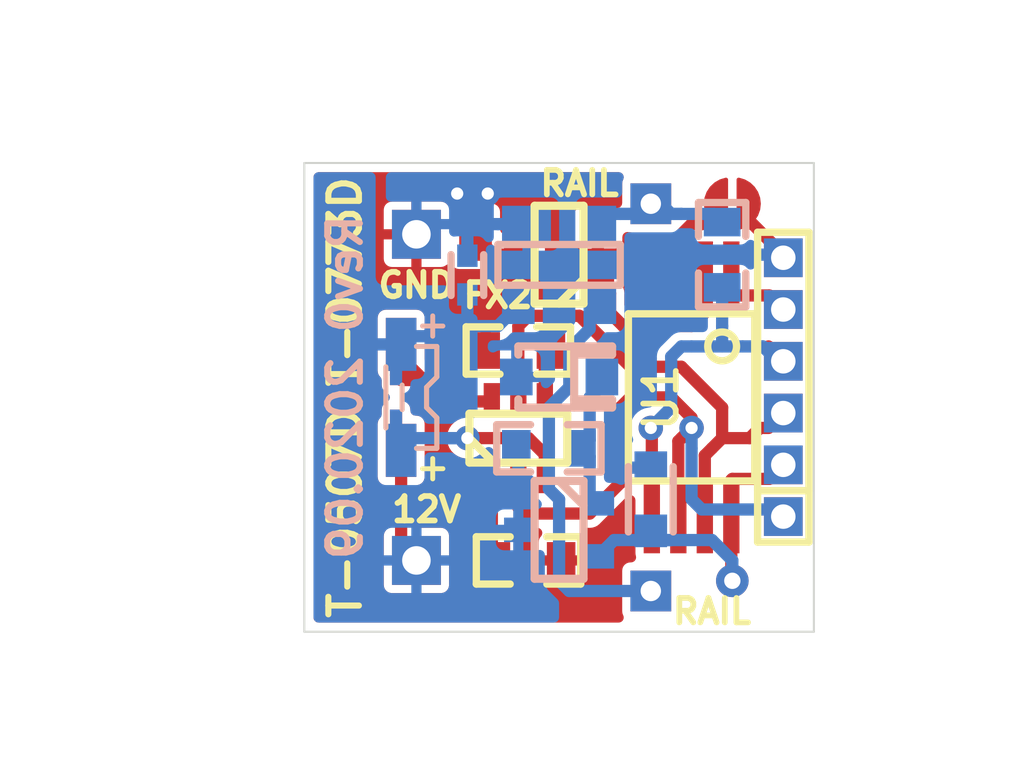
<source format=kicad_pcb>
(kicad_pcb (version 20171130) (host pcbnew "(5.1.6)-1")

  (general
    (thickness 0.6)
    (drawings 20)
    (tracks 234)
    (zones 0)
    (modules 21)
    (nets 18)
  )

  (page A4)
  (layers
    (0 F.Cu signal)
    (31 B.Cu signal)
    (32 B.Adhes user)
    (33 F.Adhes user)
    (34 B.Paste user)
    (35 F.Paste user)
    (36 B.SilkS user)
    (37 F.SilkS user)
    (38 B.Mask user)
    (39 F.Mask user)
    (40 Dwgs.User user)
    (41 Cmts.User user)
    (42 Eco1.User user)
    (43 Eco2.User user)
    (44 Edge.Cuts user)
    (45 Margin user)
    (46 B.CrtYd user)
    (47 F.CrtYd user)
    (48 B.Fab user)
    (49 F.Fab user)
  )

  (setup
    (last_trace_width 0.25)
    (user_trace_width 0.2)
    (user_trace_width 0.25)
    (user_trace_width 0.3)
    (user_trace_width 0.4)
    (user_trace_width 0.5)
    (user_trace_width 0.7)
    (user_trace_width 1)
    (trace_clearance 0.2)
    (zone_clearance 0.508)
    (zone_45_only no)
    (trace_min 0.2)
    (via_size 0.8)
    (via_drill 0.4)
    (via_min_size 0.4)
    (via_min_drill 0.3)
    (user_via 0.6 0.3)
    (user_via 0.8 0.4)
    (user_via 1 0.5)
    (uvia_size 0.3)
    (uvia_drill 0.1)
    (uvias_allowed no)
    (uvia_min_size 0.2)
    (uvia_min_drill 0.1)
    (edge_width 0.05)
    (segment_width 0.2)
    (pcb_text_width 0.3)
    (pcb_text_size 1.5 1.5)
    (mod_edge_width 0.12)
    (mod_text_size 1 1)
    (mod_text_width 0.15)
    (pad_size 1.524 1.524)
    (pad_drill 0.762)
    (pad_to_mask_clearance 0.05)
    (aux_axis_origin 0 0)
    (visible_elements 7FFFFF7F)
    (pcbplotparams
      (layerselection 0x010fc_ffffffff)
      (usegerberextensions false)
      (usegerberattributes true)
      (usegerberadvancedattributes true)
      (creategerberjobfile true)
      (excludeedgelayer true)
      (linewidth 0.100000)
      (plotframeref false)
      (viasonmask false)
      (mode 1)
      (useauxorigin false)
      (hpglpennumber 1)
      (hpglpenspeed 20)
      (hpglpendiameter 15.000000)
      (psnegative false)
      (psa4output false)
      (plotreference true)
      (plotvalue true)
      (plotinvisibletext false)
      (padsonsilk false)
      (subtractmaskfromsilk false)
      (outputformat 1)
      (mirror false)
      (drillshape 1)
      (scaleselection 1)
      (outputdirectory ""))
  )

  (net 0 "")
  (net 1 +12V)
  (net 2 GND)
  (net 3 +5V)
  (net 4 RAIL+)
  (net 5 RAIL-)
  (net 6 "Net-(D2-Pad1)")
  (net 7 "Net-(D3-Pad1)")
  (net 8 "Net-(D4-Pad1)")
  (net 9 Func1_For)
  (net 10 Func1_Rev)
  (net 11 MOSI)
  (net 12 RESET)
  (net 13 FX2)
  (net 14 DIR_JP)
  (net 15 "Net-(Q2-Pad1)")
  (net 16 "Net-(Q2-Pad4)")
  (net 17 Func2)

  (net_class Default "This is the default net class."
    (clearance 0.2)
    (trace_width 0.25)
    (via_dia 0.8)
    (via_drill 0.4)
    (uvia_dia 0.3)
    (uvia_drill 0.1)
    (add_net +12V)
    (add_net +5V)
    (add_net DIR_JP)
    (add_net FX2)
    (add_net Func1_For)
    (add_net Func1_Rev)
    (add_net Func2)
    (add_net GND)
    (add_net MOSI)
    (add_net "Net-(D2-Pad1)")
    (add_net "Net-(D3-Pad1)")
    (add_net "Net-(D4-Pad1)")
    (add_net "Net-(Q2-Pad1)")
    (add_net "Net-(Q2-Pad4)")
    (add_net RAIL+)
    (add_net RAIL-)
    (add_net RESET)
  )

  (module footprint:TSSOP-8 (layer F.Cu) (tedit 5F54F3B3) (tstamp 5F579786)
    (at 152.5 100.75 270)
    (path /5F54F035)
    (fp_text reference U1 (at 0 0.75 90) (layer F.SilkS)
      (effects (font (size 0.8 0.8) (thickness 0.14)))
    )
    (fp_text value ATtiny45-20SU (at 0 2.25 90) (layer F.Fab)
      (effects (font (size 0.8 0.8) (thickness 0.14)))
    )
    (fp_circle (center -1.25 -0.75) (end -1 -0.5) (layer F.SilkS) (width 0.18))
    (fp_line (start -2.05 1.55) (end 2.05 1.55) (layer F.SilkS) (width 0.18))
    (fp_line (start 2.05 -1.55) (end -2.05 -1.55) (layer F.SilkS) (width 0.18))
    (fp_line (start -2.05 -1.55) (end -2.05 1.55) (layer F.SilkS) (width 0.18))
    (fp_line (start 2.05 -1.55) (end 2.05 1.55) (layer F.SilkS) (width 0.18))
    (pad 1 smd rect (at -2.975 -0.975 270) (size 1.7 0.4) (layers F.Cu F.Paste F.Mask)
      (net 12 RESET))
    (pad 2 smd rect (at -2.975 -0.325 270) (size 1.7 0.4) (layers F.Cu F.Paste F.Mask)
      (net 17 Func2))
    (pad 3 smd rect (at -2.975 0.325 270) (size 1.7 0.4) (layers F.Cu F.Paste F.Mask)
      (net 14 DIR_JP))
    (pad 4 smd rect (at -2.975 0.975 270) (size 1.7 0.4) (layers F.Cu F.Paste F.Mask)
      (net 2 GND))
    (pad 5 smd rect (at 2.975 0.975 270) (size 1.7 0.4) (layers F.Cu F.Paste F.Mask)
      (net 11 MOSI))
    (pad 6 smd rect (at 2.975 0.325 270) (size 1.7 0.4) (layers F.Cu F.Paste F.Mask)
      (net 9 Func1_For))
    (pad 7 smd rect (at 2.975 -0.325 270) (size 1.7 0.4) (layers F.Cu F.Paste F.Mask)
      (net 10 Func1_Rev))
    (pad 8 smd rect (at 2.975 -0.975 270) (size 1.7 0.4) (layers F.Cu F.Paste F.Mask)
      (net 3 +5V))
    (model ${KISYS3DMOD}/Package_SO.3dshapes/TSSOP-8_4.4x3mm_P0.65mm.step
      (at (xyz 0 0 0))
      (scale (xyz 1 1 1))
      (rotate (xyz 0 0 0))
    )
  )

  (module footprint:C_1005 (layer B.Cu) (tedit 5F54F243) (tstamp 5F5796AD)
    (at 147 97.75 90)
    (path /5F550A90)
    (attr smd)
    (fp_text reference C1 (at 0 -1.1 90) (layer B.SilkS) hide
      (effects (font (size 0.8 0.8) (thickness 0.14)) (justify mirror))
    )
    (fp_text value 104 (at 0 1.1 90) (layer B.Fab) hide
      (effects (font (size 0.8 0.8) (thickness 0.14)) (justify mirror))
    )
    (fp_line (start 0.5 -0.4) (end -0.5 -0.4) (layer B.SilkS) (width 0.18))
    (fp_line (start -0.5 0.4) (end 0.5 0.4) (layer B.SilkS) (width 0.18))
    (pad 1 smd rect (at -0.475 0 90) (size 0.55 0.5) (layers B.Cu B.Paste B.Mask)
      (net 1 +12V) (solder_mask_margin 0.1))
    (pad 2 smd rect (at 0.475 0 90) (size 0.55 0.5) (layers B.Cu B.Paste B.Mask)
      (net 2 GND) (solder_mask_margin 0.1))
    (model ${KISYS3DMOD}/Capacitor_SMD.3dshapes/C_0402_1005Metric.step
      (at (xyz 0 0 0))
      (scale (xyz 1 1 1))
      (rotate (xyz 0 0 0))
    )
  )

  (module footprint:C_1608 (layer B.Cu) (tedit 5F54F25B) (tstamp 5F5796B5)
    (at 151.5 103.25 90)
    (path /5F54FB8D)
    (attr smd)
    (fp_text reference C2 (at 0 -1.25 90) (layer B.SilkS) hide
      (effects (font (size 0.8 0.8) (thickness 0.14)) (justify mirror))
    )
    (fp_text value 226 (at 0 1.25 90) (layer B.Fab) hide
      (effects (font (size 0.8 0.8) (thickness 0.14)) (justify mirror))
    )
    (fp_line (start 0.8 -0.55) (end -0.8 -0.55) (layer B.SilkS) (width 0.18))
    (fp_line (start -0.8 0.55) (end 0.8 0.55) (layer B.SilkS) (width 0.18))
    (pad 1 smd rect (at -0.775 0 90) (size 0.8 0.8) (layers B.Cu B.Paste B.Mask)
      (net 3 +5V))
    (pad 2 smd rect (at 0.775 0 90) (size 0.8 0.8) (layers B.Cu B.Paste B.Mask)
      (net 2 GND))
    (model ${KISYS3DMOD}/Capacitor_SMD.3dshapes/C_0603_1608Metric.step
      (at (xyz 0 0 0))
      (scale (xyz 1 1 1))
      (rotate (xyz 0 0 0))
    )
  )

  (module footprint:SOT-143 (layer B.Cu) (tedit 5F54F364) (tstamp 5F5796C1)
    (at 149.25 97.5)
    (path /5F54DAFA)
    (fp_text reference D1 (at -2.25 0 -90) (layer B.SilkS) hide
      (effects (font (size 0.8 0.8) (thickness 0.14)) (justify mirror))
    )
    (fp_text value BAS3007 (at 2.25 0 -90) (layer B.Fab)
      (effects (font (size 0.8 0.8) (thickness 0.14)) (justify mirror))
    )
    (fp_line (start 1.5 0.5) (end 1.5 -0.5) (layer B.SilkS) (width 0.18))
    (fp_line (start -1.5 0.5) (end 1.5 0.5) (layer B.SilkS) (width 0.18))
    (fp_line (start 1.5 -0.5) (end -1.5 -0.5) (layer B.SilkS) (width 0.18))
    (fp_line (start -1.5 0.5) (end -1.5 -0.5) (layer B.SilkS) (width 0.18))
    (pad 1 smd rect (at -0.8 -1) (size 1.2 0.9) (layers B.Cu B.Paste B.Mask)
      (net 2 GND))
    (pad 2 smd rect (at 1 -1) (size 0.8 0.9) (layers B.Cu B.Paste B.Mask)
      (net 4 RAIL+))
    (pad 3 smd rect (at 1 1) (size 0.8 0.9) (layers B.Cu B.Paste B.Mask)
      (net 5 RAIL-))
    (pad 4 smd rect (at -1 1) (size 0.8 0.9) (layers B.Cu B.Paste B.Mask)
      (net 1 +12V))
    (model ${KISYS3DMOD}/Package_TO_SOT_SMD.3dshapes/SOT-143.step
      (at (xyz 0 0 0))
      (scale (xyz 1 1 1))
      (rotate (xyz 0 0 -90))
    )
  )

  (module footprint:UMD2 (layer B.Cu) (tedit 5F54F3EA) (tstamp 5F5796D0)
    (at 149.25 100.25)
    (path /5F551EA8)
    (attr smd)
    (fp_text reference D2 (at 0 -1.5) (layer B.SilkS) hide
      (effects (font (size 0.8 0.8) (thickness 0.14)) (justify mirror))
    )
    (fp_text value 5.1V (at 0 1.5) (layer B.SilkS) hide
      (effects (font (size 0.8 0.8) (thickness 0.14)) (justify mirror))
    )
    (fp_line (start 0.37 -0.55) (end 1.3 -0.55) (layer B.SilkS) (width 0.2))
    (fp_line (start 0.37 0.55) (end 1.3 0.55) (layer B.SilkS) (width 0.2))
    (fp_line (start 0.37 0.75) (end 0.37 -0.75) (layer B.SilkS) (width 0.2))
    (fp_line (start -1 -0.55) (end -1 -0.75) (layer B.SilkS) (width 0.2))
    (fp_line (start -1 -0.75) (end 1.3 -0.75) (layer B.SilkS) (width 0.2))
    (fp_line (start 1.3 -0.75) (end 1.3 -0.55) (layer B.SilkS) (width 0.2))
    (fp_line (start -1 0.55) (end -1 0.75) (layer B.SilkS) (width 0.2))
    (fp_line (start -1 0.75) (end 1.3 0.75) (layer B.SilkS) (width 0.2))
    (fp_line (start 1.3 0.75) (end 1.3 0.55) (layer B.SilkS) (width 0.2))
    (pad 2 smd rect (at -1.05 0) (size 0.8 0.9) (layers B.Cu B.Paste B.Mask)
      (net 2 GND))
    (pad 1 smd rect (at 1.05 0) (size 0.8 0.9) (layers B.Cu B.Paste B.Mask)
      (net 6 "Net-(D2-Pad1)"))
    (model Diodes_SMD.3dshapes/SOD-323.wrl
      (at (xyz 0 0 0))
      (scale (xyz 1 1 1))
      (rotate (xyz 0 0 0))
    )
    (model Diodes_SMD.3dshapes/D_SOD-323.wrl
      (at (xyz 0 0 0))
      (scale (xyz 1 1 1))
      (rotate (xyz 0 0 0))
    )
    (model ${KISYS3DMOD}/Diode_SMD.3dshapes/D_SOD-323.wrl
      (at (xyz 0 0 0))
      (scale (xyz 1 1 1))
      (rotate (xyz 0 0 180))
    )
  )

  (module footprint:PAD_1.0x1.0_Hole0.5 (layer F.Cu) (tedit 5F579453) (tstamp 5F5796FF)
    (at 151.5 96)
    (path /5F5B4852)
    (fp_text reference J2 (at 0 1) (layer F.SilkS) hide
      (effects (font (size 0.7 0.7) (thickness 0.14)))
    )
    (fp_text value RAIL (at 0 -1) (layer F.Fab)
      (effects (font (size 0.7 0.7) (thickness 0.14)))
    )
    (pad 1 thru_hole rect (at 0 0) (size 1 1) (drill 0.5) (layers *.Cu *.Mask)
      (net 4 RAIL+))
  )

  (module footprint:PAD_1.0x1.0_Hole0.5 (layer F.Cu) (tedit 5F579453) (tstamp 5F579704)
    (at 151.5 105.5)
    (path /5F5BD20F)
    (fp_text reference J3 (at 0 1) (layer F.SilkS) hide
      (effects (font (size 0.7 0.7) (thickness 0.14)))
    )
    (fp_text value RAIL (at 0 -1) (layer F.Fab)
      (effects (font (size 0.7 0.7) (thickness 0.14)))
    )
    (pad 1 thru_hole rect (at 0 0) (size 1 1) (drill 0.5) (layers *.Cu *.Mask)
      (net 5 RAIL-))
  )

  (module footprint:PAD_1.2x1.2_Hole0.7 (layer F.Cu) (tedit 588CB2FA) (tstamp 5F579709)
    (at 145.75 104.75)
    (path /5F599CD7)
    (fp_text reference PAD1 (at 0 1.5) (layer F.SilkS) hide
      (effects (font (size 0.8 0.8) (thickness 0.14)))
    )
    (fp_text value 12V (at 0 -1.5) (layer F.Fab) hide
      (effects (font (size 1 1) (thickness 0.15)))
    )
    (pad 1 thru_hole rect (at 0 0) (size 1.2 1.2) (drill 0.7) (layers *.Cu *.Mask)
      (net 1 +12V))
  )

  (module footprint:PAD_1.2x1.2_Hole0.7 (layer F.Cu) (tedit 588CB2FA) (tstamp 5F57970E)
    (at 145.75 96.75)
    (path /5F59A9EC)
    (fp_text reference PAD2 (at 0 1.5) (layer F.SilkS) hide
      (effects (font (size 0.8 0.8) (thickness 0.14)))
    )
    (fp_text value GND (at 0 -1.5) (layer F.Fab) hide
      (effects (font (size 1 1) (thickness 0.15)))
    )
    (pad 1 thru_hole rect (at 0 0) (size 1.2 1.2) (drill 0.7) (layers *.Cu *.Mask)
      (net 2 GND))
  )

  (module footprint:PAD_1.2x0.8_SMD (layer F.Cu) (tedit 5F5637DD) (tstamp 5F579718)
    (at 147.2 96.8 90)
    (path /5F5A04DF)
    (fp_text reference PAD4 (at 0 1 90) (layer F.SilkS) hide
      (effects (font (size 0.7 0.7) (thickness 0.14)))
    )
    (fp_text value FX2 (at 0 -1 90) (layer F.Fab)
      (effects (font (size 0.7 0.7) (thickness 0.14)))
    )
    (pad 1 smd rect (at 0 0 90) (size 1.2 0.8) (layers F.Cu F.Mask)
      (net 13 FX2))
  )

  (module footprint:SOLDER_CONN_PAD_1.5mm (layer F.Cu) (tedit 5F54FD19) (tstamp 5F57971E)
    (at 153.5 96 90)
    (path /5F560A3C)
    (fp_text reference PAD5 (at 0 1.25 270) (layer F.SilkS) hide
      (effects (font (size 0.7 0.7) (thickness 0.14)))
    )
    (fp_text value DIR (at 0 -1.25 90) (layer F.Fab)
      (effects (font (size 0.7 0.7) (thickness 0.14)))
    )
    (pad 1 smd custom (at 0 -0.35 90) (size 0.3 0.3) (layers F.Cu F.Paste F.Mask)
      (net 14 DIR_JP) (zone_connect 0)
      (options (clearance outline) (anchor rect))
      (primitives
        (gr_arc (start 0 0.3) (end -0.590884 0.195812) (angle 160) (width 0.1))
        (gr_line (start -0.590884 0.195812) (end 0.590884 0.195812) (width 0.1))
        (gr_line (start -0.4 0.07) (end 0.4 0.07) (width 0.3))
        (gr_line (start -0.26 -0.11) (end 0.26 -0.11) (width 0.3))
      ))
    (pad 2 smd custom (at 0 0.35 270) (size 0.3 0.3) (layers F.Cu F.Paste F.Mask)
      (net 2 GND) (zone_connect 0)
      (options (clearance outline) (anchor rect))
      (primitives
        (gr_arc (start 0 0.3) (end -0.590884 0.195812) (angle 160) (width 0.1))
        (gr_line (start -0.590884 0.195812) (end 0.590884 0.195812) (width 0.1))
        (gr_line (start -0.4 0.07) (end 0.4 0.07) (width 0.3))
        (gr_line (start -0.26 -0.11) (end 0.26 -0.11) (width 0.3))
      ))
  )

  (module footprint:SC-70 (layer B.Cu) (tedit 5D10EE32) (tstamp 5F57972A)
    (at 149.25 104 270)
    (path /5F55462B)
    (attr smd)
    (fp_text reference Q1 (at 2 0 180) (layer B.SilkS) hide
      (effects (font (size 0.8 0.8) (thickness 0.15)) (justify mirror))
    )
    (fp_text value 2SC4116 (at 0 2 90) (layer B.Fab) hide
      (effects (font (size 0.7 0.7) (thickness 0.15)) (justify mirror))
    )
    (fp_line (start 1.2 0.6) (end 1.2 -0.6) (layer B.SilkS) (width 0.2))
    (fp_line (start -1.2 0.6) (end -1.2 -0.6) (layer B.SilkS) (width 0.2))
    (fp_line (start 1.2 0.6) (end -1.2 0.6) (layer B.SilkS) (width 0.2))
    (fp_line (start -1.2 -0.6) (end 1.2 -0.6) (layer B.SilkS) (width 0.2))
    (fp_line (start -1.2 0) (end -0.6 -0.6) (layer B.SilkS) (width 0.2))
    (pad 1 smd rect (at -0.65 -0.95 270) (size 0.6 0.8) (layers B.Cu B.Paste B.Mask)
      (net 6 "Net-(D2-Pad1)"))
    (pad 2 smd rect (at 0.65 -0.95 270) (size 0.6 0.8) (layers B.Cu B.Paste B.Mask)
      (net 3 +5V))
    (pad 3 smd rect (at 0 0.95 270) (size 0.6 0.8) (layers B.Cu B.Paste B.Mask)
      (net 1 +12V))
    (model ${KISYS3DMOD}/Package_TO_SOT_SMD.3dshapes/SOT-323_SC-70.step
      (at (xyz 0 0 0))
      (scale (xyz 1 1 1))
      (rotate (xyz 0 0 -90))
    )
  )

  (module footprint:SOT-363-nomark (layer F.Cu) (tedit 5C6F6D41) (tstamp 5F579739)
    (at 148.25 101.75)
    (path /5F552F5A)
    (attr smd)
    (fp_text reference Q2 (at 2 0.75 90) (layer F.SilkS) hide
      (effects (font (size 0.7 0.7) (thickness 0.14)))
    )
    (fp_text value 2N7002DW (at 0 -2) (layer F.Fab) hide
      (effects (font (size 0.7 0.7) (thickness 0.15)))
    )
    (fp_line (start 1.2 -0.6) (end 1.2 0.6) (layer F.SilkS) (width 0.2))
    (fp_line (start -1.2 -0.6) (end -1.2 0.6) (layer F.SilkS) (width 0.2))
    (fp_line (start 1.2 -0.6) (end -1.2 -0.6) (layer F.SilkS) (width 0.2))
    (fp_line (start -1.2 0.6) (end 1.2 0.6) (layer F.SilkS) (width 0.2))
    (fp_line (start -1.2 0) (end -0.6 0.6) (layer F.SilkS) (width 0.2))
    (pad 1 smd rect (at -0.65 0.95) (size 0.4 0.8) (layers F.Cu F.Paste F.Mask)
      (net 15 "Net-(Q2-Pad1)"))
    (pad 2 smd rect (at 0 0.95) (size 0.4 0.8) (layers F.Cu F.Paste F.Mask)
      (net 9 Func1_For))
    (pad 3 smd rect (at 0.65 0.95) (size 0.4 0.8) (layers F.Cu F.Paste F.Mask)
      (net 8 "Net-(D4-Pad1)"))
    (pad 4 smd rect (at 0.65 -0.95) (size 0.4 0.8) (layers F.Cu F.Paste F.Mask)
      (net 16 "Net-(Q2-Pad4)"))
    (pad 5 smd rect (at 0 -0.95) (size 0.4 0.8) (layers F.Cu F.Paste F.Mask)
      (net 10 Func1_Rev))
    (pad 6 smd rect (at -0.65 -0.95) (size 0.4 0.8) (layers F.Cu F.Paste F.Mask)
      (net 7 "Net-(D3-Pad1)"))
    (model TO_SOT_Packages_SMD.3dshapes/SC-70-6.wrl
      (at (xyz 0 0 0))
      (scale (xyz 1 1 1))
      (rotate (xyz 0 0 0))
    )
    (model ${KISYS3DMOD}/Package_TO_SOT_SMD.3dshapes/SOT-363_SC-70-6.step
      (at (xyz 0 0 0))
      (scale (xyz 1 1 1))
      (rotate (xyz 0 0 90))
    )
  )

  (module footprint:SC-70 (layer F.Cu) (tedit 5D10EE32) (tstamp 5F57ACF6)
    (at 149.25 97.25 90)
    (path /5F59108C)
    (attr smd)
    (fp_text reference Q3 (at 2 0) (layer F.SilkS) hide
      (effects (font (size 0.8 0.8) (thickness 0.15)))
    )
    (fp_text value SSM3K7002BFU (at 0 -2 90) (layer F.Fab) hide
      (effects (font (size 0.7 0.7) (thickness 0.15)))
    )
    (fp_line (start -1.2 0) (end -0.6 0.6) (layer F.SilkS) (width 0.2))
    (fp_line (start -1.2 0.6) (end 1.2 0.6) (layer F.SilkS) (width 0.2))
    (fp_line (start 1.2 -0.6) (end -1.2 -0.6) (layer F.SilkS) (width 0.2))
    (fp_line (start -1.2 -0.6) (end -1.2 0.6) (layer F.SilkS) (width 0.2))
    (fp_line (start 1.2 -0.6) (end 1.2 0.6) (layer F.SilkS) (width 0.2))
    (pad 3 smd rect (at 0 -0.95 90) (size 0.6 0.8) (layers F.Cu F.Paste F.Mask)
      (net 13 FX2))
    (pad 2 smd rect (at 0.65 0.95 90) (size 0.6 0.8) (layers F.Cu F.Paste F.Mask)
      (net 2 GND))
    (pad 1 smd rect (at -0.65 0.95 90) (size 0.6 0.8) (layers F.Cu F.Paste F.Mask)
      (net 17 Func2))
    (model ${KISYS3DMOD}/Package_TO_SOT_SMD.3dshapes/SOT-323_SC-70.step
      (at (xyz 0 0 0))
      (scale (xyz 1 1 1))
      (rotate (xyz 0 0 -90))
    )
  )

  (module footprint:R_1608 (layer B.Cu) (tedit 5F54F298) (tstamp 5F57A674)
    (at 149 102)
    (path /5F552B2A)
    (attr smd)
    (fp_text reference R1 (at 0 -1.28) (layer B.SilkS) hide
      (effects (font (size 0.8 0.8) (thickness 0.14)) (justify mirror))
    )
    (fp_text value 103 (at 0.05 1.25) (layer B.Fab) hide
      (effects (font (size 0.8 0.8) (thickness 0.14)) (justify mirror))
    )
    (fp_line (start -0.45 0.58) (end -1.28 0.58) (layer B.SilkS) (width 0.18))
    (fp_line (start -1.28 0.58) (end -1.28 -0.58) (layer B.SilkS) (width 0.18))
    (fp_line (start -1.28 -0.58) (end -0.45 -0.58) (layer B.SilkS) (width 0.18))
    (fp_line (start 0.45 0.58) (end 1.28 0.58) (layer B.SilkS) (width 0.18))
    (fp_line (start 1.28 0.58) (end 1.28 -0.58) (layer B.SilkS) (width 0.18))
    (fp_line (start 1.28 -0.58) (end 0.45 -0.58) (layer B.SilkS) (width 0.18))
    (pad 1 smd rect (at -0.8 0) (size 0.7 0.9) (layers B.Cu B.Paste B.Mask)
      (net 1 +12V))
    (pad 2 smd rect (at 0.8 0) (size 0.7 0.9) (layers B.Cu B.Paste B.Mask)
      (net 6 "Net-(D2-Pad1)"))
    (model Resistors_SMD.3dshapes/R_0603.wrl
      (at (xyz 0 0 0))
      (scale (xyz 1 1 1))
      (rotate (xyz 0 0 0))
    )
    (model ${KISYS3DMOD}/Resistor_SMD.3dshapes/R_0603_1608Metric.step
      (at (xyz 0 0 0))
      (scale (xyz 1 1 1))
      (rotate (xyz 0 0 0))
    )
  )

  (module footprint:R_1608 (layer F.Cu) (tedit 5F54F298) (tstamp 5F57975D)
    (at 148.5 104.75)
    (path /5F55CF62)
    (attr smd)
    (fp_text reference R2 (at 0 1.28) (layer F.SilkS) hide
      (effects (font (size 0.8 0.8) (thickness 0.14)))
    )
    (fp_text value 102 (at 0.05 -1.25) (layer F.Fab) hide
      (effects (font (size 0.8 0.8) (thickness 0.14)))
    )
    (fp_line (start -0.45 -0.58) (end -1.28 -0.58) (layer F.SilkS) (width 0.18))
    (fp_line (start -1.28 -0.58) (end -1.28 0.58) (layer F.SilkS) (width 0.18))
    (fp_line (start -1.28 0.58) (end -0.45 0.58) (layer F.SilkS) (width 0.18))
    (fp_line (start 0.45 -0.58) (end 1.28 -0.58) (layer F.SilkS) (width 0.18))
    (fp_line (start 1.28 -0.58) (end 1.28 0.58) (layer F.SilkS) (width 0.18))
    (fp_line (start 1.28 0.58) (end 0.45 0.58) (layer F.SilkS) (width 0.18))
    (pad 1 smd rect (at -0.8 0) (size 0.7 0.9) (layers F.Cu F.Paste F.Mask)
      (net 15 "Net-(Q2-Pad1)"))
    (pad 2 smd rect (at 0.8 0) (size 0.7 0.9) (layers F.Cu F.Paste F.Mask)
      (net 2 GND))
    (model Resistors_SMD.3dshapes/R_0603.wrl
      (at (xyz 0 0 0))
      (scale (xyz 1 1 1))
      (rotate (xyz 0 0 0))
    )
    (model ${KISYS3DMOD}/Resistor_SMD.3dshapes/R_0603_1608Metric.step
      (at (xyz 0 0 0))
      (scale (xyz 1 1 1))
      (rotate (xyz 0 0 0))
    )
  )

  (module footprint:R_1608 (layer F.Cu) (tedit 5F54F298) (tstamp 5F579769)
    (at 148.25 99.6 180)
    (path /5F55BC5C)
    (attr smd)
    (fp_text reference R3 (at 0 1.28) (layer F.SilkS) hide
      (effects (font (size 0.8 0.8) (thickness 0.14)))
    )
    (fp_text value 102 (at 0.05 -1.25) (layer F.Fab) hide
      (effects (font (size 0.8 0.8) (thickness 0.14)))
    )
    (fp_line (start 1.28 0.58) (end 0.45 0.58) (layer F.SilkS) (width 0.18))
    (fp_line (start 1.28 -0.58) (end 1.28 0.58) (layer F.SilkS) (width 0.18))
    (fp_line (start 0.45 -0.58) (end 1.28 -0.58) (layer F.SilkS) (width 0.18))
    (fp_line (start -1.28 0.58) (end -0.45 0.58) (layer F.SilkS) (width 0.18))
    (fp_line (start -1.28 -0.58) (end -1.28 0.58) (layer F.SilkS) (width 0.18))
    (fp_line (start -0.45 -0.58) (end -1.28 -0.58) (layer F.SilkS) (width 0.18))
    (pad 2 smd rect (at 0.8 0 180) (size 0.7 0.9) (layers F.Cu F.Paste F.Mask)
      (net 2 GND))
    (pad 1 smd rect (at -0.8 0 180) (size 0.7 0.9) (layers F.Cu F.Paste F.Mask)
      (net 16 "Net-(Q2-Pad4)"))
    (model Resistors_SMD.3dshapes/R_0603.wrl
      (at (xyz 0 0 0))
      (scale (xyz 1 1 1))
      (rotate (xyz 0 0 0))
    )
    (model ${KISYS3DMOD}/Resistor_SMD.3dshapes/R_0603_1608Metric.step
      (at (xyz 0 0 0))
      (scale (xyz 1 1 1))
      (rotate (xyz 0 0 0))
    )
  )

  (module footprint:R_1608 (layer B.Cu) (tedit 5F54F298) (tstamp 5F579775)
    (at 153.25 97.25 270)
    (path /5F57395F)
    (attr smd)
    (fp_text reference R4 (at 0 -1.28 90) (layer B.SilkS) hide
      (effects (font (size 0.8 0.8) (thickness 0.14)) (justify mirror))
    )
    (fp_text value 104 (at 0.05 1.25 90) (layer B.Fab) hide
      (effects (font (size 0.8 0.8) (thickness 0.14)) (justify mirror))
    )
    (fp_line (start 1.28 -0.58) (end 0.45 -0.58) (layer B.SilkS) (width 0.18))
    (fp_line (start 1.28 0.58) (end 1.28 -0.58) (layer B.SilkS) (width 0.18))
    (fp_line (start 0.45 0.58) (end 1.28 0.58) (layer B.SilkS) (width 0.18))
    (fp_line (start -1.28 -0.58) (end -0.45 -0.58) (layer B.SilkS) (width 0.18))
    (fp_line (start -1.28 0.58) (end -1.28 -0.58) (layer B.SilkS) (width 0.18))
    (fp_line (start -0.45 0.58) (end -1.28 0.58) (layer B.SilkS) (width 0.18))
    (pad 2 smd rect (at 0.8 0 270) (size 0.7 0.9) (layers B.Cu B.Paste B.Mask)
      (net 11 MOSI))
    (pad 1 smd rect (at -0.8 0 270) (size 0.7 0.9) (layers B.Cu B.Paste B.Mask)
      (net 4 RAIL+))
    (model Resistors_SMD.3dshapes/R_0603.wrl
      (at (xyz 0 0 0))
      (scale (xyz 1 1 1))
      (rotate (xyz 0 0 0))
    )
    (model ${KISYS3DMOD}/Resistor_SMD.3dshapes/R_0603_1608Metric.step
      (at (xyz 0 0 0))
      (scale (xyz 1 1 1))
      (rotate (xyz 0 0 0))
    )
  )

  (module footprint:PAD_PROG_6PIN_HOLE0.6 (layer F.Cu) (tedit 5F69E002) (tstamp 5F69E887)
    (at 154.75 100.5 90)
    (path /5F56BD16)
    (fp_text reference J1 (at 0 1.5 90) (layer F.SilkS) hide
      (effects (font (size 0.8 0.8) (thickness 0.14)))
    )
    (fp_text value PROG (at 0 -1.5 90) (layer F.Fab) hide
      (effects (font (size 0.8 0.8) (thickness 0.14)))
    )
    (fp_line (start -3.8 -0.63) (end -3.8 0.63) (layer F.SilkS) (width 0.18))
    (fp_line (start 3.8 0.63) (end -3.8 0.63) (layer F.SilkS) (width 0.18))
    (fp_line (start 3.8 -0.63) (end 3.8 0.63) (layer F.SilkS) (width 0.18))
    (fp_line (start -3.8 -0.63) (end 3.8 -0.63) (layer F.SilkS) (width 0.18))
    (fp_line (start -2.54 -0.63) (end -2.54 0.63) (layer F.SilkS) (width 0.18))
    (pad 1 thru_hole rect (at -3.175 0 90) (size 0.95 0.95) (drill 0.6) (layers *.Cu *.Mask)
      (net 9 Func1_For))
    (pad 2 thru_hole rect (at -1.905 0 90) (size 0.95 0.95) (drill 0.6) (layers *.Cu *.Mask)
      (net 3 +5V))
    (pad 3 thru_hole rect (at -0.635 0 90) (size 0.95 0.95) (drill 0.6) (layers *.Cu *.Mask)
      (net 10 Func1_Rev))
    (pad 4 thru_hole rect (at 0.635 0 90) (size 0.95 0.95) (drill 0.6) (layers *.Cu *.Mask)
      (net 11 MOSI))
    (pad 5 thru_hole rect (at 1.905 0 90) (size 0.95 0.95) (drill 0.6) (layers *.Cu *.Mask)
      (net 12 RESET))
    (pad 6 thru_hole rect (at 3.175 0 90) (size 0.95 0.95) (drill 0.6) (layers *.Cu *.Mask)
      (net 2 GND))
  )

  (module footprint:LED_1224_1005_SIDE (layer F.Cu) (tedit 5F69ECF4) (tstamp 5F69EDC7)
    (at 145 100.75 270)
    (path /5F56169F)
    (fp_text reference D3 (at 0 -1.75 90) (layer F.SilkS) hide
      (effects (font (size 0.7 0.7) (thickness 0.14)))
    )
    (fp_text value LED (at 0 -2.75 90) (layer F.Fab)
      (effects (font (size 0.7 0.7) (thickness 0.14)))
    )
    (fp_line (start 1.75 -1.4) (end 1.75 -0.9) (layer F.SilkS) (width 0.12))
    (fp_line (start 1.5 -1.15) (end 2 -1.15) (layer F.SilkS) (width 0.12))
    (fp_line (start 0.5 -1.25) (end 1.25 -1.25) (layer F.SilkS) (width 0.12))
    (fp_line (start 0.25 -1) (end 0.5 -1.25) (layer F.SilkS) (width 0.12))
    (fp_line (start -0.25 -1) (end 0.25 -1) (layer F.SilkS) (width 0.12))
    (fp_line (start -0.5 -1.25) (end -0.25 -1) (layer F.SilkS) (width 0.12))
    (fp_line (start -1.25 -1.25) (end -0.5 -1.25) (layer F.SilkS) (width 0.12))
    (fp_line (start -1.25 -1.25) (end -1.25 -0.75) (layer F.SilkS) (width 0.12))
    (fp_line (start 1.25 -1.25) (end 1.25 -0.75) (layer F.SilkS) (width 0.12))
    (fp_line (start -0.75 0) (end 0.75 0) (layer F.SilkS) (width 0.12))
    (fp_line (start -0.3 -0.4) (end 0.3 -0.4) (layer F.SilkS) (width 0.12))
    (pad 1 smd rect (at -1.3 -0.375 270) (size 1.3 0.75) (layers F.Cu F.Paste F.Mask)
      (net 7 "Net-(D3-Pad1)") (zone_connect 0))
    (pad 2 smd rect (at 1.3 -0.375 270) (size 1.3 0.75) (layers F.Cu F.Paste F.Mask)
      (net 1 +12V) (zone_connect 0))
    (pad 1 smd rect (at -0.55 -0.25 270) (size 0.5 0.3) (layers F.Cu F.Paste F.Mask)
      (net 7 "Net-(D3-Pad1)"))
    (pad 2 smd rect (at 0.55 -0.25 270) (size 0.5 0.3) (layers F.Cu F.Paste F.Mask)
      (net 1 +12V))
  )

  (module footprint:LED_1224_1005_SIDE (layer B.Cu) (tedit 5F69ECF4) (tstamp 5F69EDD9)
    (at 145 100.75 90)
    (path /5F562055)
    (fp_text reference D4 (at 0 1.75 90) (layer B.SilkS) hide
      (effects (font (size 0.7 0.7) (thickness 0.14)) (justify mirror))
    )
    (fp_text value LED (at 0 2.75 90) (layer B.Fab)
      (effects (font (size 0.7 0.7) (thickness 0.14)) (justify mirror))
    )
    (fp_line (start -0.3 0.4) (end 0.3 0.4) (layer B.SilkS) (width 0.12))
    (fp_line (start -0.75 0) (end 0.75 0) (layer B.SilkS) (width 0.12))
    (fp_line (start 1.25 1.25) (end 1.25 0.75) (layer B.SilkS) (width 0.12))
    (fp_line (start -1.25 1.25) (end -1.25 0.75) (layer B.SilkS) (width 0.12))
    (fp_line (start -1.25 1.25) (end -0.5 1.25) (layer B.SilkS) (width 0.12))
    (fp_line (start -0.5 1.25) (end -0.25 1) (layer B.SilkS) (width 0.12))
    (fp_line (start -0.25 1) (end 0.25 1) (layer B.SilkS) (width 0.12))
    (fp_line (start 0.25 1) (end 0.5 1.25) (layer B.SilkS) (width 0.12))
    (fp_line (start 0.5 1.25) (end 1.25 1.25) (layer B.SilkS) (width 0.12))
    (fp_line (start 1.5 1.15) (end 2 1.15) (layer B.SilkS) (width 0.12))
    (fp_line (start 1.75 1.4) (end 1.75 0.9) (layer B.SilkS) (width 0.12))
    (pad 2 smd rect (at 0.55 0.25 90) (size 0.5 0.3) (layers B.Cu B.Paste B.Mask)
      (net 1 +12V))
    (pad 1 smd rect (at -0.55 0.25 90) (size 0.5 0.3) (layers B.Cu B.Paste B.Mask)
      (net 8 "Net-(D4-Pad1)"))
    (pad 2 smd rect (at 1.3 0.375 90) (size 1.3 0.75) (layers B.Cu B.Paste B.Mask)
      (net 1 +12V) (zone_connect 0))
    (pad 1 smd rect (at -1.3 0.375 90) (size 1.3 0.75) (layers B.Cu B.Paste B.Mask)
      (net 8 "Net-(D4-Pad1)") (zone_connect 0))
  )

  (gr_text RAIL (at 153 106) (layer F.SilkS) (tstamp 5F57AFCF)
    (effects (font (size 0.6 0.6) (thickness 0.14)))
  )
  (gr_text RAIL (at 149.75 95.5) (layer F.SilkS)
    (effects (font (size 0.6 0.6) (thickness 0.14)))
  )
  (gr_text "Rev0 2020.09" (at 144 100.5 90) (layer B.SilkS)
    (effects (font (size 0.8 0.8) (thickness 0.15)) (justify mirror))
  )
  (gr_text FX2 (at 147.75 98.25) (layer F.SilkS)
    (effects (font (size 0.6 0.6) (thickness 0.14)))
  )
  (gr_text GND (at 145.75 98) (layer F.SilkS)
    (effects (font (size 0.6 0.6) (thickness 0.14)))
  )
  (gr_text 12V (at 146 103.5) (layer F.SilkS)
    (effects (font (size 0.6 0.6) (thickness 0.14)))
  )
  (gr_text "T-0507D T-0773D" (at 144 100.75 90) (layer F.SilkS)
    (effects (font (size 0.75 0.75) (thickness 0.15)))
  )
  (dimension 9.5 (width 0.15) (layer Eco1.User)
    (gr_text "9.500 mm" (at 159.3 100.75 270) (layer Eco1.User)
      (effects (font (size 1 1) (thickness 0.15)))
    )
    (feature1 (pts (xy 157 105.5) (xy 158.586421 105.5)))
    (feature2 (pts (xy 157 96) (xy 158.586421 96)))
    (crossbar (pts (xy 158 96) (xy 158 105.5)))
    (arrow1a (pts (xy 158 105.5) (xy 157.413579 104.373496)))
    (arrow1b (pts (xy 158 105.5) (xy 158.586421 104.373496)))
    (arrow2a (pts (xy 158 96) (xy 157.413579 97.126504)))
    (arrow2b (pts (xy 158 96) (xy 158.586421 97.126504)))
  )
  (gr_line (start 154.5 94) (end 154.5 107.5) (layer Eco1.User) (width 0.15))
  (gr_line (start 156.5 105.5) (end 142 105.5) (layer Eco1.User) (width 0.15))
  (gr_line (start 156.5 96) (end 142 96) (layer Eco1.User) (width 0.15))
  (gr_line (start 145 94.25) (end 145 107.25) (layer Eco1.User) (width 0.15))
  (dimension 2 (width 0.15) (layer Eco1.User)
    (gr_text "2.000 mm" (at 144 91.7) (layer Eco1.User)
      (effects (font (size 1 1) (thickness 0.15)))
    )
    (feature1 (pts (xy 145 93.5) (xy 145 92.413579)))
    (feature2 (pts (xy 143 93.5) (xy 143 92.413579)))
    (crossbar (pts (xy 143 93) (xy 145 93)))
    (arrow1a (pts (xy 145 93) (xy 143.873496 93.586421)))
    (arrow1b (pts (xy 145 93) (xy 143.873496 92.413579)))
    (arrow2a (pts (xy 143 93) (xy 144.126504 93.586421)))
    (arrow2b (pts (xy 143 93) (xy 144.126504 92.413579)))
  )
  (dimension 4 (width 0.15) (layer Eco1.User)
    (gr_text "4.000 mm" (at 153.5 91.7) (layer Eco1.User)
      (effects (font (size 1 1) (thickness 0.15)))
    )
    (feature1 (pts (xy 151.5 93.5) (xy 151.5 92.413579)))
    (feature2 (pts (xy 155.5 93.5) (xy 155.5 92.413579)))
    (crossbar (pts (xy 155.5 93) (xy 151.5 93)))
    (arrow1a (pts (xy 151.5 93) (xy 152.626504 92.413579)))
    (arrow1b (pts (xy 151.5 93) (xy 152.626504 93.586421)))
    (arrow2a (pts (xy 155.5 93) (xy 154.373496 92.413579)))
    (arrow2b (pts (xy 155.5 93) (xy 154.373496 93.586421)))
  )
  (gr_line (start 143 95) (end 143 106.5) (layer Edge.Cuts) (width 0.05) (tstamp 5F579164))
  (gr_line (start 155.5 95) (end 143 95) (layer Edge.Cuts) (width 0.05))
  (gr_line (start 155.5 106.5) (end 155.5 95) (layer Edge.Cuts) (width 0.05))
  (gr_line (start 143 106.5) (end 155.5 106.5) (layer Edge.Cuts) (width 0.05))
  (dimension 11.5 (width 0.15) (layer Eco1.User) (tstamp 5F57993C)
    (gr_text "11.500 mm" (at 139.2 100.75 90) (layer Eco1.User) (tstamp 5F57993C)
      (effects (font (size 1 1) (thickness 0.15)))
    )
    (feature1 (pts (xy 141.5 95) (xy 139.913579 95)))
    (feature2 (pts (xy 141.5 106.5) (xy 139.913579 106.5)))
    (crossbar (pts (xy 140.5 106.5) (xy 140.5 95)))
    (arrow1a (pts (xy 140.5 95) (xy 141.086421 96.126504)))
    (arrow1b (pts (xy 140.5 95) (xy 139.913579 96.126504)))
    (arrow2a (pts (xy 140.5 106.5) (xy 141.086421 105.373496)))
    (arrow2b (pts (xy 140.5 106.5) (xy 139.913579 105.373496)))
  )
  (dimension 12.5 (width 0.15) (layer Eco1.User)
    (gr_text "12.500 mm" (at 149.25 110.3) (layer Eco1.User)
      (effects (font (size 1 1) (thickness 0.15)))
    )
    (feature1 (pts (xy 155.5 108) (xy 155.5 109.586421)))
    (feature2 (pts (xy 143 108) (xy 143 109.586421)))
    (crossbar (pts (xy 143 109) (xy 155.5 109)))
    (arrow1a (pts (xy 155.5 109) (xy 154.373496 109.586421)))
    (arrow1b (pts (xy 155.5 109) (xy 154.373496 108.413579)))
    (arrow2a (pts (xy 143 109) (xy 144.126504 109.586421)))
    (arrow2b (pts (xy 143 109) (xy 144.126504 108.413579)))
  )

  (segment (start 147.75 106) (end 148.25 105.5) (width 0.3) (layer B.Cu) (net 1))
  (segment (start 145.375 99.45) (end 144.3 99.45) (width 0.3) (layer B.Cu) (net 1))
  (segment (start 143.75 105.25) (end 144.5 106) (width 0.3) (layer B.Cu) (net 1))
  (segment (start 148.2 98.55) (end 148.25 98.5) (width 0.3) (layer B.Cu) (net 1))
  (segment (start 145.525 99.3) (end 145.375 99.45) (width 0.3) (layer B.Cu) (net 1))
  (segment (start 143.8 99.45) (end 143.75 99.5) (width 0.3) (layer B.Cu) (net 1))
  (segment (start 144.3 99.45) (end 143.8 99.45) (width 0.3) (layer B.Cu) (net 1))
  (segment (start 143.75 96.5) (end 143.75 99.5) (width 0.3) (layer B.Cu) (net 1))
  (segment (start 143.75 99.5) (end 143.75 100) (width 0.3) (layer B.Cu) (net 1))
  (segment (start 145.575 99.25) (end 145.375 99.45) (width 0.3) (layer B.Cu) (net 1))
  (segment (start 148.25 102.05) (end 148.2 102) (width 0.3) (layer B.Cu) (net 1))
  (segment (start 148.25 98.5) (end 148 98.5) (width 0.3) (layer B.Cu) (net 1))
  (segment (start 146 99.25) (end 145.575 99.25) (width 0.3) (layer B.Cu) (net 1))
  (segment (start 146 99.25) (end 146.25 99) (width 0.3) (layer B.Cu) (net 1))
  (segment (start 147.75 99) (end 148.25 98.5) (width 0.3) (layer B.Cu) (net 1))
  (segment (start 147 99) (end 147 98.225) (width 0.3) (layer B.Cu) (net 1))
  (segment (start 147 99) (end 147.75 99) (width 0.3) (layer B.Cu) (net 1))
  (segment (start 146.25 99) (end 147 99) (width 0.3) (layer B.Cu) (net 1))
  (segment (start 144.5 106) (end 145.75 106) (width 0.3) (layer B.Cu) (net 1))
  (segment (start 145.75 106) (end 147.75 106) (width 0.3) (layer B.Cu) (net 1))
  (segment (start 143.75 100) (end 143.75 104.75) (width 0.3) (layer B.Cu) (net 1))
  (segment (start 143.75 104.75) (end 143.75 105.25) (width 0.3) (layer B.Cu) (net 1))
  (segment (start 145.375 104.375) (end 145.75 104.75) (width 0.3) (layer F.Cu) (net 1))
  (segment (start 145.375 102.05) (end 145.375 104.375) (width 0.3) (layer F.Cu) (net 1))
  (segment (start 145.25 99.575) (end 145.375 99.45) (width 0.25) (layer B.Cu) (net 1))
  (segment (start 145.25 100.2) (end 145.25 99.575) (width 0.25) (layer B.Cu) (net 1))
  (segment (start 145.25 101.925) (end 145.375 102.05) (width 0.25) (layer F.Cu) (net 1))
  (segment (start 145.25 101.3) (end 145.25 101.925) (width 0.25) (layer F.Cu) (net 1))
  (segment (start 145.75 104.75) (end 145.75 106) (width 0.25) (layer B.Cu) (net 1))
  (segment (start 145.75 104.75) (end 143.75 104.75) (width 0.25) (layer B.Cu) (net 1))
  (segment (start 145.75 104.75) (end 145.75 103.5) (width 0.25) (layer B.Cu) (net 1))
  (segment (start 145.75 104.75) (end 147 104.75) (width 0.25) (layer B.Cu) (net 1))
  (segment (start 148.3 104) (end 147.25 104) (width 0.25) (layer B.Cu) (net 1))
  (segment (start 148.25 104.05) (end 148.3 104) (width 0.25) (layer B.Cu) (net 1))
  (segment (start 148.25 105) (end 148.25 104.05) (width 0.25) (layer B.Cu) (net 1))
  (segment (start 148.25 105.5) (end 148.25 105) (width 0.3) (layer B.Cu) (net 1))
  (segment (start 148.25 103) (end 148.25 103.95) (width 0.25) (layer B.Cu) (net 1))
  (segment (start 148.25 103) (end 148.25 102.05) (width 0.3) (layer B.Cu) (net 1))
  (segment (start 148.25 103.95) (end 148.3 104) (width 0.25) (layer B.Cu) (net 1))
  (segment (start 154.75 97.325) (end 154.675 97.25) (width 0.3) (layer B.Cu) (net 2))
  (segment (start 154.675 97.25) (end 152.75 97.25) (width 0.3) (layer B.Cu) (net 2))
  (segment (start 151.5 97.25) (end 151.25 97.5) (width 0.3) (layer B.Cu) (net 2))
  (segment (start 148.5 96.55) (end 148.45 96.5) (width 0.3) (layer B.Cu) (net 2))
  (segment (start 148.5 97.5) (end 148.5 96.55) (width 0.3) (layer B.Cu) (net 2))
  (segment (start 151.25 97.5) (end 148.5 97.5) (width 0.3) (layer B.Cu) (net 2))
  (segment (start 154.75 97.25) (end 154.75 97.325) (width 0.3) (layer F.Cu) (net 2))
  (segment (start 153.85 96) (end 153.85 96.35) (width 0.3) (layer F.Cu) (net 2))
  (segment (start 153.85 96.35) (end 154.75 97.25) (width 0.3) (layer F.Cu) (net 2))
  (segment (start 152.25 97.25) (end 151.5 97.25) (width 0.3) (layer B.Cu) (net 2))
  (segment (start 152.75 97.25) (end 152.25 97.25) (width 0.3) (layer B.Cu) (net 2))
  (segment (start 149.25 97.5) (end 149.25 99) (width 0.3) (layer B.Cu) (net 2))
  (segment (start 147 97.275) (end 147 96.5) (width 0.3) (layer B.Cu) (net 2))
  (segment (start 147 96.5) (end 147.75 96.5) (width 0.3) (layer B.Cu) (net 2))
  (segment (start 147.75 96.5) (end 148.45 96.5) (width 0.3) (layer B.Cu) (net 2))
  (segment (start 149.5 95.75) (end 147.5 95.75) (width 0.3) (layer F.Cu) (net 2))
  (via (at 147.5 95.75) (size 0.6) (drill 0.3) (layers F.Cu B.Cu) (net 2))
  (segment (start 149.5 95.75) (end 149.25 95.75) (width 0.3) (layer F.Cu) (net 2))
  (via (at 146.75 95.75) (size 0.6) (drill 0.3) (layers F.Cu B.Cu) (net 2))
  (segment (start 147.5 95.75) (end 146.75 95.75) (width 0.3) (layer B.Cu) (net 2))
  (segment (start 146.75 95.75) (end 145.75 95.75) (width 0.3) (layer F.Cu) (net 2))
  (segment (start 147.45 99.6) (end 147.45 99.45) (width 0.3) (layer F.Cu) (net 2))
  (segment (start 143.75 96.75) (end 143.75 105.25) (width 0.3) (layer F.Cu) (net 2))
  (segment (start 143.75 105.25) (end 144.5 106) (width 0.3) (layer F.Cu) (net 2))
  (segment (start 144.5 106) (end 148.75 106) (width 0.3) (layer F.Cu) (net 2))
  (segment (start 146.6 99.6) (end 146.25 99.25) (width 0.3) (layer F.Cu) (net 2))
  (segment (start 146.25 99.25) (end 146.25 98.25) (width 0.3) (layer F.Cu) (net 2))
  (segment (start 150.35 96.6) (end 150.2 96.6) (width 0.3) (layer F.Cu) (net 2))
  (segment (start 150.2 96.6) (end 150.2 95.8) (width 0.3) (layer F.Cu) (net 2))
  (segment (start 150.15 95.75) (end 149.5 95.75) (width 0.3) (layer F.Cu) (net 2))
  (segment (start 150.2 95.8) (end 150.15 95.75) (width 0.3) (layer F.Cu) (net 2))
  (segment (start 151.5 97.25) (end 151.525 97.275) (width 0.3) (layer F.Cu) (net 2))
  (segment (start 150.25 97.25) (end 151.5 97.25) (width 0.3) (layer F.Cu) (net 2))
  (segment (start 150.2 96.6) (end 150.2 97.2) (width 0.3) (layer F.Cu) (net 2))
  (segment (start 150.2 97.2) (end 150.25 97.25) (width 0.3) (layer F.Cu) (net 2))
  (segment (start 151.5 97.25) (end 151.5 97.75) (width 0.3) (layer F.Cu) (net 2))
  (segment (start 149.25 99) (end 149 99.25) (width 0.3) (layer B.Cu) (net 2))
  (segment (start 149 99.25) (end 149 100.25) (width 0.25) (layer B.Cu) (net 2))
  (segment (start 149 100.25) (end 148.2 100.25) (width 0.25) (layer B.Cu) (net 2))
  (segment (start 148.2 100.25) (end 148.2 99.55) (width 0.25) (layer B.Cu) (net 2))
  (segment (start 149.3 104.75) (end 150.25 104.75) (width 0.25) (layer F.Cu) (net 2))
  (segment (start 149.3 104.75) (end 149.3 105.7) (width 0.25) (layer F.Cu) (net 2))
  (segment (start 148.75 106) (end 149.25 106) (width 0.25) (layer F.Cu) (net 2))
  (segment (start 149.25 105.75) (end 149.3 105.7) (width 0.25) (layer F.Cu) (net 2))
  (segment (start 149.25 106) (end 149.25 105.75) (width 0.25) (layer F.Cu) (net 2))
  (segment (start 149.3 104.75) (end 148.5 104.75) (width 0.25) (layer F.Cu) (net 2))
  (segment (start 147.45 99.6) (end 147.45 98.55) (width 0.25) (layer F.Cu) (net 2))
  (segment (start 147.45 98.55) (end 147.5 98.5) (width 0.25) (layer F.Cu) (net 2))
  (segment (start 147.45 99.6) (end 146.6 99.6) (width 0.25) (layer F.Cu) (net 2))
  (segment (start 151.25 99) (end 151.25 97.5) (width 0.3) (layer B.Cu) (net 2))
  (segment (start 150.775 102.475) (end 150.75 102.45) (width 0.3) (layer B.Cu) (net 2))
  (segment (start 150.75 102.45) (end 150.75 101.280002) (width 0.3) (layer B.Cu) (net 2))
  (segment (start 151.5 102.475) (end 150.775 102.475) (width 0.3) (layer B.Cu) (net 2))
  (segment (start 150.75 101.280002) (end 151.25 100.780002) (width 0.3) (layer B.Cu) (net 2))
  (segment (start 151.25 100.780002) (end 151.25 99) (width 0.3) (layer B.Cu) (net 2))
  (segment (start 145.75 96.75) (end 145.75 98.25) (width 0.25) (layer F.Cu) (net 2))
  (segment (start 145.75 98.25) (end 146.25 98.25) (width 0.25) (layer F.Cu) (net 2))
  (segment (start 145.75 96.75) (end 143.75 96.75) (width 0.25) (layer F.Cu) (net 2))
  (segment (start 145.75 96.75) (end 145.75 95.75) (width 0.25) (layer F.Cu) (net 2))
  (segment (start 145.75 96.75) (end 145.75 95.5) (width 0.25) (layer B.Cu) (net 2))
  (segment (start 146 96.5) (end 145.75 96.75) (width 0.25) (layer B.Cu) (net 2))
  (segment (start 147 96.5) (end 146 96.5) (width 0.25) (layer B.Cu) (net 2))
  (segment (start 154.405 102.75) (end 154.75 102.405) (width 0.3) (layer F.Cu) (net 3))
  (segment (start 153.5 102.75) (end 154.405 102.75) (width 0.3) (layer F.Cu) (net 3))
  (via (at 153.5 105.25) (size 0.8) (drill 0.4) (layers F.Cu B.Cu) (net 3))
  (segment (start 151.725 104.25) (end 151.5 104.025) (width 0.3) (layer B.Cu) (net 3))
  (segment (start 153.5 105.25) (end 153.5 104.75) (width 0.3) (layer B.Cu) (net 3))
  (segment (start 153.5 104.75) (end 153 104.25) (width 0.3) (layer B.Cu) (net 3))
  (segment (start 152 104.25) (end 151.725 104.25) (width 0.3) (layer B.Cu) (net 3))
  (segment (start 153 104.25) (end 152 104.25) (width 0.3) (layer B.Cu) (net 3))
  (segment (start 150.6 104.25) (end 150.2 104.65) (width 0.3) (layer B.Cu) (net 3))
  (segment (start 152 104.25) (end 150.6 104.25) (width 0.3) (layer B.Cu) (net 3))
  (segment (start 153.475 102.775) (end 153.5 102.75) (width 0.3) (layer F.Cu) (net 3))
  (segment (start 153.475 103.725) (end 153.475 102.775) (width 0.3) (layer F.Cu) (net 3))
  (segment (start 153.475 105.225) (end 153.5 105.25) (width 0.3) (layer F.Cu) (net 3))
  (segment (start 153.475 103.725) (end 153.475 105.225) (width 0.3) (layer F.Cu) (net 3))
  (segment (start 153.05 96.25) (end 153.25 96.45) (width 0.3) (layer B.Cu) (net 4))
  (segment (start 151.5 96) (end 151.75 96) (width 0.3) (layer B.Cu) (net 4))
  (segment (start 151.75 96) (end 152 96.25) (width 0.3) (layer B.Cu) (net 4))
  (segment (start 150.5 96.25) (end 150.25 96.5) (width 0.3) (layer B.Cu) (net 4))
  (segment (start 152.25 96.25) (end 153.05 96.25) (width 0.3) (layer B.Cu) (net 4))
  (segment (start 152 96.25) (end 152.25 96.25) (width 0.3) (layer B.Cu) (net 4))
  (segment (start 151.25 96.25) (end 151.5 96) (width 0.3) (layer B.Cu) (net 4))
  (segment (start 150.75 96.25) (end 150.5 96.25) (width 0.3) (layer B.Cu) (net 4))
  (segment (start 150.75 96.25) (end 151.25 96.25) (width 0.3) (layer B.Cu) (net 4))
  (segment (start 152.25 96.25) (end 150.75 96.25) (width 0.3) (layer B.Cu) (net 4))
  (segment (start 149.5 105.5) (end 151.5 105.5) (width 0.3) (layer B.Cu) (net 5))
  (segment (start 149 103) (end 149.25 103.25) (width 0.3) (layer B.Cu) (net 5))
  (segment (start 149.25 103.25) (end 149.25 105.25) (width 0.3) (layer B.Cu) (net 5))
  (segment (start 150.25 98.5) (end 150 98.75) (width 0.3) (layer B.Cu) (net 5))
  (segment (start 150 98.75) (end 150 99.069998) (width 0.3) (layer B.Cu) (net 5))
  (segment (start 149 101) (end 149 103) (width 0.3) (layer B.Cu) (net 5))
  (segment (start 149.5 99.569998) (end 149.5 100.5) (width 0.3) (layer B.Cu) (net 5))
  (segment (start 149.5 100.5) (end 149 101) (width 0.3) (layer B.Cu) (net 5))
  (segment (start 149.25 105.25) (end 149.5 105.5) (width 0.3) (layer B.Cu) (net 5))
  (segment (start 150 99.069998) (end 149.5 99.569998) (width 0.3) (layer B.Cu) (net 5))
  (segment (start 150.05 103.2) (end 150.2 103.35) (width 0.3) (layer B.Cu) (net 6))
  (segment (start 150 101.8) (end 149.8 102) (width 0.3) (layer B.Cu) (net 6))
  (segment (start 150 100.75) (end 150 101.8) (width 0.3) (layer B.Cu) (net 6))
  (segment (start 150.3 100.25) (end 150.3 100.45) (width 0.3) (layer B.Cu) (net 6))
  (segment (start 150.3 100.45) (end 150 100.75) (width 0.3) (layer B.Cu) (net 6))
  (segment (start 149.8 102) (end 150 102.2) (width 0.3) (layer B.Cu) (net 6))
  (segment (start 150 103.15) (end 150.2 103.35) (width 0.3) (layer B.Cu) (net 6))
  (segment (start 150 102.2) (end 150 103.15) (width 0.3) (layer B.Cu) (net 6))
  (segment (start 145.375 99.775) (end 145.375 99.45) (width 0.3) (layer F.Cu) (net 7))
  (segment (start 146.575 100.325) (end 147.1 100.85) (width 0.3) (layer F.Cu) (net 7))
  (segment (start 145.925 100.325) (end 146.575 100.325) (width 0.3) (layer F.Cu) (net 7))
  (segment (start 145.925 100.325) (end 145.375 99.775) (width 0.3) (layer F.Cu) (net 7))
  (segment (start 147.6 100.85) (end 147.1 100.85) (width 0.3) (layer F.Cu) (net 7))
  (segment (start 145.25 99.575) (end 145.375 99.45) (width 0.25) (layer F.Cu) (net 7))
  (segment (start 145.25 100.2) (end 145.25 99.575) (width 0.25) (layer F.Cu) (net 7))
  (segment (start 145.375 100.325) (end 145.25 100.2) (width 0.3) (layer F.Cu) (net 7))
  (segment (start 145.925 100.325) (end 145.375 100.325) (width 0.3) (layer F.Cu) (net 7))
  (segment (start 145.25 100.2) (end 145.45 100.2) (width 0.3) (layer F.Cu) (net 7))
  (segment (start 148.9 102.75) (end 148.9 102.15) (width 0.3) (layer F.Cu) (net 8))
  (segment (start 148.9 102.15) (end 148.5 101.75) (width 0.3) (layer F.Cu) (net 8))
  (segment (start 148.5 101.75) (end 147 101.75) (width 0.3) (layer F.Cu) (net 8))
  (via (at 147 101.75) (size 0.6) (drill 0.3) (layers F.Cu B.Cu) (net 8))
  (segment (start 145.675 101.75) (end 145.375 102.05) (width 0.3) (layer B.Cu) (net 8))
  (segment (start 146.5 101.75) (end 145.675 101.75) (width 0.3) (layer B.Cu) (net 8))
  (segment (start 146.5 101.75) (end 147 101.75) (width 0.3) (layer B.Cu) (net 8))
  (segment (start 146.75 101.75) (end 146.5 101.75) (width 0.3) (layer B.Cu) (net 8))
  (segment (start 145.25 101.925) (end 145.375 102.05) (width 0.25) (layer B.Cu) (net 8))
  (segment (start 145.25 101.3) (end 145.25 101.925) (width 0.25) (layer B.Cu) (net 8))
  (via (at 152.5 101.5) (size 0.6) (drill 0.3) (layers F.Cu B.Cu) (net 9))
  (segment (start 152.5 101.5) (end 152.25 101.75) (width 0.3) (layer F.Cu) (net 9))
  (segment (start 152.5 103.25) (end 152.5 102) (width 0.3) (layer B.Cu) (net 9))
  (segment (start 152.75 103.5) (end 152.5 103.25) (width 0.3) (layer B.Cu) (net 9))
  (segment (start 154.75 103.675) (end 154.575 103.5) (width 0.3) (layer B.Cu) (net 9))
  (segment (start 152.5 102) (end 152.5 101.5) (width 0.3) (layer B.Cu) (net 9))
  (segment (start 154.575 103.5) (end 152.75 103.5) (width 0.3) (layer B.Cu) (net 9))
  (segment (start 152.175 101.825) (end 152.25 101.75) (width 0.3) (layer F.Cu) (net 9))
  (segment (start 152.175 103.725) (end 152.175 101.825) (width 0.3) (layer F.Cu) (net 9))
  (segment (start 148.25 103.45) (end 148.25 102.75) (width 0.3) (layer F.Cu) (net 9))
  (segment (start 150 103.6) (end 148.4 103.6) (width 0.3) (layer F.Cu) (net 9))
  (segment (start 152.5 101.25) (end 152 100.75) (width 0.3) (layer F.Cu) (net 9))
  (segment (start 148.4 103.6) (end 148.25 103.45) (width 0.3) (layer F.Cu) (net 9))
  (segment (start 152.5 101.5) (end 152.5 101.25) (width 0.3) (layer F.Cu) (net 9))
  (segment (start 151 100.75) (end 150.75 101) (width 0.3) (layer F.Cu) (net 9))
  (segment (start 150.75 102.85) (end 150 103.6) (width 0.3) (layer F.Cu) (net 9))
  (segment (start 150.75 101) (end 150.75 102.85) (width 0.3) (layer F.Cu) (net 9))
  (segment (start 152 100.75) (end 151 100.75) (width 0.3) (layer F.Cu) (net 9))
  (segment (start 154.385 101.5) (end 154.174999 101.5) (width 0.3) (layer F.Cu) (net 10))
  (segment (start 153.924999 101.75) (end 153.25 101.75) (width 0.3) (layer F.Cu) (net 10))
  (segment (start 154.174999 101.5) (end 153.924999 101.75) (width 0.3) (layer F.Cu) (net 10))
  (segment (start 154.75 101.135) (end 154.385 101.5) (width 0.3) (layer F.Cu) (net 10))
  (segment (start 153.25 101.75) (end 153 102) (width 0.3) (layer F.Cu) (net 10))
  (segment (start 152.825 102.175) (end 153 102) (width 0.3) (layer F.Cu) (net 10))
  (segment (start 152.825 103.725) (end 152.825 102.175) (width 0.3) (layer F.Cu) (net 10))
  (segment (start 148.25 99) (end 148.25 100.25) (width 0.3) (layer F.Cu) (net 10))
  (segment (start 148.5 98.75) (end 148.25 99) (width 0.3) (layer F.Cu) (net 10))
  (segment (start 153.25 101.75) (end 153.25 101) (width 0.3) (layer F.Cu) (net 10))
  (segment (start 148.25 100.25) (end 148.25 100.85) (width 0.3) (layer F.Cu) (net 10))
  (segment (start 152.25 100) (end 151 100) (width 0.3) (layer F.Cu) (net 10))
  (segment (start 153.25 101) (end 152.25 100) (width 0.3) (layer F.Cu) (net 10))
  (segment (start 151 100) (end 149.75 98.75) (width 0.3) (layer F.Cu) (net 10))
  (segment (start 149.75 98.75) (end 148.5 98.75) (width 0.3) (layer F.Cu) (net 10))
  (segment (start 154.75 99.865) (end 154.615 99.865) (width 0.3) (layer B.Cu) (net 11))
  (segment (start 154.615 99.865) (end 154.25 99.5) (width 0.3) (layer B.Cu) (net 11))
  (segment (start 154.25 99.5) (end 153.75 99.5) (width 0.3) (layer B.Cu) (net 11))
  (segment (start 153.25 99) (end 153.25 98.75) (width 0.3) (layer B.Cu) (net 11))
  (segment (start 153.25 98.75) (end 153.25 98.5) (width 0.3) (layer B.Cu) (net 11))
  (segment (start 153.25 98.3) (end 153 98.05) (width 0.3) (layer B.Cu) (net 11))
  (segment (start 153.25 98.5) (end 153.25 98.3) (width 0.3) (layer B.Cu) (net 11))
  (segment (start 154.385 99.5) (end 154.75 99.865) (width 0.3) (layer F.Cu) (net 11))
  (via (at 151.5 101.5) (size 0.6) (drill 0.3) (layers F.Cu B.Cu) (net 11))
  (segment (start 153.25 99) (end 153.25 99.5) (width 0.3) (layer B.Cu) (net 11))
  (segment (start 153.25 99.5) (end 153.75 99.5) (width 0.3) (layer B.Cu) (net 11))
  (segment (start 152.5 99.5) (end 153.25 99.5) (width 0.3) (layer B.Cu) (net 11))
  (segment (start 152 99.75) (end 152.25 99.5) (width 0.3) (layer B.Cu) (net 11))
  (segment (start 152 100.75) (end 152 99.75) (width 0.3) (layer B.Cu) (net 11))
  (segment (start 152.25 99.5) (end 152.5 99.5) (width 0.3) (layer B.Cu) (net 11))
  (segment (start 151.5 101.5) (end 152 101) (width 0.3) (layer B.Cu) (net 11))
  (segment (start 152 101) (end 152 100.75) (width 0.3) (layer B.Cu) (net 11))
  (segment (start 151.525 101.525) (end 151.5 101.5) (width 0.3) (layer F.Cu) (net 11))
  (segment (start 151.525 103.725) (end 151.525 101.525) (width 0.3) (layer F.Cu) (net 11))
  (segment (start 154.405 98.25) (end 154.75 98.595) (width 0.3) (layer F.Cu) (net 12))
  (segment (start 153.5 98.25) (end 154.405 98.25) (width 0.3) (layer F.Cu) (net 12))
  (segment (start 147.65 97.25) (end 147.2 96.8) (width 0.3) (layer F.Cu) (net 13))
  (segment (start 148.3 97.25) (end 147.65 97.25) (width 0.3) (layer F.Cu) (net 13))
  (segment (start 152.175 97.775) (end 152.175 96.825) (width 0.3) (layer F.Cu) (net 14))
  (segment (start 152.175 96.825) (end 152.5 96.5) (width 0.3) (layer F.Cu) (net 14))
  (segment (start 152.5 96.5) (end 152.75 96.5) (width 0.3) (layer F.Cu) (net 14))
  (segment (start 153.15 96.1) (end 153.15 96) (width 0.3) (layer F.Cu) (net 14))
  (segment (start 152.75 96.5) (end 153.15 96.1) (width 0.3) (layer F.Cu) (net 14))
  (segment (start 147.6 104.65) (end 147.7 104.75) (width 0.3) (layer F.Cu) (net 15))
  (segment (start 147.6 102.7) (end 147.6 104.65) (width 0.3) (layer F.Cu) (net 15))
  (segment (start 148.9 99.75) (end 149.05 99.6) (width 0.3) (layer F.Cu) (net 16))
  (segment (start 148.9 100.85) (end 148.9 99.75) (width 0.3) (layer F.Cu) (net 16))
  (segment (start 150.5 98.2) (end 150.5 98.680002) (width 0.3) (layer F.Cu) (net 17))
  (segment (start 150.5 98.680002) (end 150.819998 99) (width 0.3) (layer F.Cu) (net 17))
  (segment (start 150.2 97.9) (end 150.5 98.2) (width 0.3) (layer F.Cu) (net 17))
  (segment (start 150.819998 99) (end 152.5 99) (width 0.3) (layer F.Cu) (net 17))
  (segment (start 152.825 98.675) (end 152.825 97.775) (width 0.3) (layer F.Cu) (net 17))
  (segment (start 152.5 99) (end 152.825 98.675) (width 0.3) (layer F.Cu) (net 17))

  (zone (net 2) (net_name GND) (layer F.Cu) (tstamp 0) (hatch edge 0.508)
    (connect_pads no (clearance 0.2))
    (min_thickness 0.25)
    (fill yes (arc_segments 32) (thermal_gap 0.2) (thermal_bridge_width 0.28))
    (polygon
      (pts
        (xy 155.5 106.5) (xy 143 106.5) (xy 143 95) (xy 155.5 95)
      )
    )
    (filled_polygon
      (pts
        (xy 150.698287 95.375026) (xy 150.679703 95.436289) (xy 150.673428 95.5) (xy 150.673428 95.982651) (xy 150.663711 95.979703)
        (xy 150.6 95.973428) (xy 149.8 95.973428) (xy 149.736289 95.979703) (xy 149.675026 95.998287) (xy 149.618566 96.028465)
        (xy 149.569079 96.069079) (xy 149.528465 96.118566) (xy 149.498287 96.175026) (xy 149.479703 96.236289) (xy 149.473428 96.3)
        (xy 149.473428 96.9) (xy 149.479703 96.963711) (xy 149.498287 97.024974) (xy 149.528465 97.081434) (xy 149.569079 97.130921)
        (xy 149.618566 97.171535) (xy 149.675026 97.201713) (xy 149.736289 97.220297) (xy 149.8 97.226572) (xy 150.6 97.226572)
        (xy 150.663711 97.220297) (xy 150.724974 97.201713) (xy 150.781434 97.171535) (xy 150.830921 97.130921) (xy 150.871535 97.081434)
        (xy 150.901713 97.024974) (xy 150.920297 96.963711) (xy 150.926572 96.9) (xy 150.926572 96.817349) (xy 150.936289 96.820297)
        (xy 151 96.826572) (xy 151.015234 96.826572) (xy 151.004703 96.861289) (xy 150.998428 96.925) (xy 150.998428 98.506679)
        (xy 150.975 98.483251) (xy 150.975 98.223332) (xy 150.977298 98.199999) (xy 150.968127 98.106883) (xy 150.94789 98.040173)
        (xy 150.940966 98.017346) (xy 150.926572 97.990417) (xy 150.926572 97.6) (xy 150.920297 97.536289) (xy 150.901713 97.475026)
        (xy 150.871535 97.418566) (xy 150.830921 97.369079) (xy 150.781434 97.328465) (xy 150.724974 97.298287) (xy 150.663711 97.279703)
        (xy 150.6 97.273428) (xy 149.8 97.273428) (xy 149.736289 97.279703) (xy 149.675026 97.298287) (xy 149.618566 97.328465)
        (xy 149.569079 97.369079) (xy 149.528465 97.418566) (xy 149.498287 97.475026) (xy 149.479703 97.536289) (xy 149.473428 97.6)
        (xy 149.473428 98.2) (xy 149.479703 98.263711) (xy 149.483127 98.275) (xy 148.523331 98.275) (xy 148.499999 98.272702)
        (xy 148.406883 98.281873) (xy 148.379722 98.290112) (xy 148.317346 98.309034) (xy 148.234827 98.353141) (xy 148.162499 98.412499)
        (xy 148.147616 98.430634) (xy 147.930634 98.647616) (xy 147.912499 98.662499) (xy 147.853141 98.734827) (xy 147.809034 98.817347)
        (xy 147.806981 98.824116) (xy 147.8 98.823428) (xy 147.1 98.823428) (xy 147.036289 98.829703) (xy 146.975026 98.848287)
        (xy 146.918566 98.878465) (xy 146.869079 98.919079) (xy 146.828465 98.968566) (xy 146.798287 99.025026) (xy 146.779703 99.086289)
        (xy 146.773428 99.15) (xy 146.773428 99.892465) (xy 146.757654 99.884034) (xy 146.668116 99.856873) (xy 146.598332 99.85)
        (xy 146.575 99.847702) (xy 146.551668 99.85) (xy 146.121751 99.85) (xy 146.076572 99.804821) (xy 146.076572 98.8)
        (xy 146.070297 98.736289) (xy 146.051713 98.675026) (xy 146.021535 98.618566) (xy 145.980921 98.569079) (xy 145.931434 98.528465)
        (xy 145.874974 98.498287) (xy 145.813711 98.479703) (xy 145.75 98.473428) (xy 145 98.473428) (xy 144.936289 98.479703)
        (xy 144.875026 98.498287) (xy 144.818566 98.528465) (xy 144.769079 98.569079) (xy 144.728465 98.618566) (xy 144.698287 98.675026)
        (xy 144.679703 98.736289) (xy 144.673428 98.8) (xy 144.673428 100.1) (xy 144.679703 100.163711) (xy 144.698287 100.224974)
        (xy 144.728465 100.281434) (xy 144.769079 100.330921) (xy 144.773428 100.33449) (xy 144.773428 100.45) (xy 144.779703 100.513711)
        (xy 144.798287 100.574974) (xy 144.828465 100.631434) (xy 144.869079 100.680921) (xy 144.918566 100.721535) (xy 144.971821 100.75)
        (xy 144.918566 100.778465) (xy 144.869079 100.819079) (xy 144.828465 100.868566) (xy 144.798287 100.925026) (xy 144.779703 100.986289)
        (xy 144.773428 101.05) (xy 144.773428 101.16551) (xy 144.769079 101.169079) (xy 144.728465 101.218566) (xy 144.698287 101.275026)
        (xy 144.679703 101.336289) (xy 144.673428 101.4) (xy 144.673428 102.7) (xy 144.679703 102.763711) (xy 144.698287 102.824974)
        (xy 144.728465 102.881434) (xy 144.769079 102.930921) (xy 144.818566 102.971535) (xy 144.875026 103.001713) (xy 144.9 103.009289)
        (xy 144.900001 103.942325) (xy 144.878465 103.968566) (xy 144.848287 104.025026) (xy 144.829703 104.086289) (xy 144.823428 104.15)
        (xy 144.823428 105.35) (xy 144.829703 105.413711) (xy 144.848287 105.474974) (xy 144.878465 105.531434) (xy 144.919079 105.580921)
        (xy 144.968566 105.621535) (xy 145.025026 105.651713) (xy 145.086289 105.670297) (xy 145.15 105.676572) (xy 146.35 105.676572)
        (xy 146.413711 105.670297) (xy 146.474974 105.651713) (xy 146.531434 105.621535) (xy 146.580921 105.580921) (xy 146.621535 105.531434)
        (xy 146.651713 105.474974) (xy 146.670297 105.413711) (xy 146.676572 105.35) (xy 146.676572 104.15) (xy 146.670297 104.086289)
        (xy 146.651713 104.025026) (xy 146.621535 103.968566) (xy 146.580921 103.919079) (xy 146.531434 103.878465) (xy 146.474974 103.848287)
        (xy 146.413711 103.829703) (xy 146.35 103.823428) (xy 145.85 103.823428) (xy 145.85 103.009289) (xy 145.874974 103.001713)
        (xy 145.931434 102.971535) (xy 145.980921 102.930921) (xy 146.021535 102.881434) (xy 146.051713 102.824974) (xy 146.070297 102.763711)
        (xy 146.076572 102.7) (xy 146.076572 101.4) (xy 146.070297 101.336289) (xy 146.051713 101.275026) (xy 146.021535 101.218566)
        (xy 145.980921 101.169079) (xy 145.931434 101.128465) (xy 145.874974 101.098287) (xy 145.813711 101.079703) (xy 145.75 101.073428)
        (xy 145.726572 101.073428) (xy 145.726572 101.05) (xy 145.720297 100.986289) (xy 145.701713 100.925026) (xy 145.671535 100.868566)
        (xy 145.630921 100.819079) (xy 145.607674 100.8) (xy 145.901669 100.8) (xy 145.924999 100.802298) (xy 145.948329 100.8)
        (xy 146.37825 100.8) (xy 146.74762 101.169371) (xy 146.752932 101.175844) (xy 146.703952 101.196132) (xy 146.601586 101.264531)
        (xy 146.514531 101.351586) (xy 146.446132 101.453952) (xy 146.399019 101.567694) (xy 146.375 101.688443) (xy 146.375 101.811557)
        (xy 146.399019 101.932306) (xy 146.446132 102.046048) (xy 146.514531 102.148414) (xy 146.601586 102.235469) (xy 146.703952 102.303868)
        (xy 146.817694 102.350981) (xy 146.938443 102.375) (xy 147.061557 102.375) (xy 147.073428 102.372639) (xy 147.073428 103.1)
        (xy 147.079703 103.163711) (xy 147.098287 103.224974) (xy 147.125 103.274952) (xy 147.125001 104.064219) (xy 147.119079 104.069079)
        (xy 147.078465 104.118566) (xy 147.048287 104.175026) (xy 147.029703 104.236289) (xy 147.023428 104.3) (xy 147.023428 105.2)
        (xy 147.029703 105.263711) (xy 147.048287 105.324974) (xy 147.078465 105.381434) (xy 147.119079 105.430921) (xy 147.168566 105.471535)
        (xy 147.225026 105.501713) (xy 147.286289 105.520297) (xy 147.35 105.526572) (xy 148.05 105.526572) (xy 148.113711 105.520297)
        (xy 148.174974 105.501713) (xy 148.231434 105.471535) (xy 148.280921 105.430921) (xy 148.321535 105.381434) (xy 148.351713 105.324974)
        (xy 148.370297 105.263711) (xy 148.376572 105.2) (xy 148.376572 104.3) (xy 148.370297 104.236289) (xy 148.351713 104.175026)
        (xy 148.321535 104.118566) (xy 148.280921 104.069079) (xy 148.263858 104.055075) (xy 148.286044 104.061805) (xy 148.306883 104.068127)
        (xy 148.399999 104.077298) (xy 148.423332 104.075) (xy 148.71422 104.075) (xy 148.678465 104.118566) (xy 148.648287 104.175026)
        (xy 148.629703 104.236289) (xy 148.623428 104.3) (xy 148.623428 105.2) (xy 148.629703 105.263711) (xy 148.648287 105.324974)
        (xy 148.678465 105.381434) (xy 148.719079 105.430921) (xy 148.768566 105.471535) (xy 148.825026 105.501713) (xy 148.886289 105.520297)
        (xy 148.95 105.526572) (xy 149.65 105.526572) (xy 149.713711 105.520297) (xy 149.774974 105.501713) (xy 149.831434 105.471535)
        (xy 149.880921 105.430921) (xy 149.921535 105.381434) (xy 149.951713 105.324974) (xy 149.970297 105.263711) (xy 149.976572 105.2)
        (xy 149.976572 104.3) (xy 149.970297 104.236289) (xy 149.951713 104.175026) (xy 149.921535 104.118566) (xy 149.88578 104.075)
        (xy 149.976668 104.075) (xy 150 104.077298) (xy 150.023332 104.075) (xy 150.093116 104.068127) (xy 150.182654 104.040966)
        (xy 150.265173 103.996859) (xy 150.337501 103.937501) (xy 150.352384 103.919366) (xy 150.998428 103.273323) (xy 150.998428 104.575)
        (xy 151.004703 104.638711) (xy 151.015234 104.673428) (xy 151 104.673428) (xy 150.936289 104.679703) (xy 150.875026 104.698287)
        (xy 150.818566 104.728465) (xy 150.769079 104.769079) (xy 150.728465 104.818566) (xy 150.698287 104.875026) (xy 150.679703 104.936289)
        (xy 150.673428 105) (xy 150.673428 106) (xy 150.679703 106.063711) (xy 150.698287 106.124974) (xy 150.711663 106.15)
        (xy 143.35 106.15) (xy 143.35 96.15) (xy 144.823428 96.15) (xy 144.823428 97.35) (xy 144.829703 97.413711)
        (xy 144.848287 97.474974) (xy 144.878465 97.531434) (xy 144.919079 97.580921) (xy 144.968566 97.621535) (xy 145.025026 97.651713)
        (xy 145.086289 97.670297) (xy 145.15 97.676572) (xy 146.35 97.676572) (xy 146.413711 97.670297) (xy 146.474974 97.651713)
        (xy 146.531434 97.621535) (xy 146.549325 97.606852) (xy 146.569079 97.630921) (xy 146.618566 97.671535) (xy 146.675026 97.701713)
        (xy 146.736289 97.720297) (xy 146.8 97.726572) (xy 147.6 97.726572) (xy 147.621314 97.724473) (xy 147.624935 97.724829)
        (xy 147.628465 97.731434) (xy 147.669079 97.780921) (xy 147.718566 97.821535) (xy 147.775026 97.851713) (xy 147.836289 97.870297)
        (xy 147.9 97.876572) (xy 148.7 97.876572) (xy 148.763711 97.870297) (xy 148.824974 97.851713) (xy 148.881434 97.821535)
        (xy 148.930921 97.780921) (xy 148.971535 97.731434) (xy 149.001713 97.674974) (xy 149.020297 97.613711) (xy 149.026572 97.55)
        (xy 149.026572 96.95) (xy 149.020297 96.886289) (xy 149.001713 96.825026) (xy 148.971535 96.768566) (xy 148.930921 96.719079)
        (xy 148.881434 96.678465) (xy 148.824974 96.648287) (xy 148.763711 96.629703) (xy 148.7 96.623428) (xy 147.926572 96.623428)
        (xy 147.926572 96.2) (xy 147.920297 96.136289) (xy 147.901713 96.075026) (xy 147.871535 96.018566) (xy 147.830921 95.969079)
        (xy 147.781434 95.928465) (xy 147.724974 95.898287) (xy 147.663711 95.879703) (xy 147.6 95.873428) (xy 146.8 95.873428)
        (xy 146.736289 95.879703) (xy 146.675026 95.898287) (xy 146.618566 95.928465) (xy 146.600675 95.943148) (xy 146.580921 95.919079)
        (xy 146.531434 95.878465) (xy 146.474974 95.848287) (xy 146.413711 95.829703) (xy 146.35 95.823428) (xy 145.15 95.823428)
        (xy 145.086289 95.829703) (xy 145.025026 95.848287) (xy 144.968566 95.878465) (xy 144.919079 95.919079) (xy 144.878465 95.968566)
        (xy 144.848287 96.025026) (xy 144.829703 96.086289) (xy 144.823428 96.15) (xy 143.35 96.15) (xy 143.35 95.35)
        (xy 150.711663 95.35)
      )
    )
  )
  (zone (net 1) (net_name +12V) (layer B.Cu) (tstamp 0) (hatch edge 0.508)
    (connect_pads no (clearance 0.2))
    (min_thickness 0.25)
    (fill yes (arc_segments 32) (thermal_gap 0.2) (thermal_bridge_width 0.28) (smoothing fillet) (radius 0.2))
    (polygon
      (pts
        (xy 144.75 98) (xy 147.25 98) (xy 147.25 101.5) (xy 149.25 101.5) (xy 149.25 106.5)
        (xy 143 106.5) (xy 143 95) (xy 144.75 95)
      )
    )
    (filled_polygon
      (pts
        (xy 144.625 97.8) (xy 144.627402 97.824386) (xy 144.642626 97.900923) (xy 144.649739 97.924372) (xy 144.661291 97.945984)
        (xy 144.704646 98.010868) (xy 144.720191 98.02981) (xy 144.739132 98.045354) (xy 144.804016 98.088709) (xy 144.825626 98.10026)
        (xy 144.849077 98.107374) (xy 144.925614 98.122598) (xy 144.95 98.125) (xy 146.423428 98.125) (xy 146.423428 98.5)
        (xy 146.429703 98.563711) (xy 146.448287 98.624974) (xy 146.478465 98.681434) (xy 146.519079 98.730921) (xy 146.568566 98.771535)
        (xy 146.625026 98.801713) (xy 146.686289 98.820297) (xy 146.75 98.826572) (xy 147.125 98.826572) (xy 147.125 101.13762)
        (xy 147.061557 101.125) (xy 146.938443 101.125) (xy 146.817694 101.149019) (xy 146.703952 101.196132) (xy 146.601586 101.264531)
        (xy 146.591117 101.275) (xy 146.051699 101.275) (xy 146.021535 101.218566) (xy 145.980921 101.169079) (xy 145.931434 101.128465)
        (xy 145.874974 101.098287) (xy 145.813711 101.079703) (xy 145.75 101.073428) (xy 145.726572 101.073428) (xy 145.726572 101.05)
        (xy 145.720297 100.986289) (xy 145.701713 100.925026) (xy 145.671535 100.868566) (xy 145.630921 100.819079) (xy 145.581434 100.778465)
        (xy 145.528179 100.75) (xy 145.581434 100.721535) (xy 145.630921 100.680921) (xy 145.671535 100.631434) (xy 145.701713 100.574974)
        (xy 145.720297 100.513711) (xy 145.726572 100.45) (xy 145.726572 100.426572) (xy 145.75 100.426572) (xy 145.813711 100.420297)
        (xy 145.874974 100.401713) (xy 145.931434 100.371535) (xy 145.980921 100.330921) (xy 146.021535 100.281434) (xy 146.051713 100.224974)
        (xy 146.070297 100.163711) (xy 146.076572 100.1) (xy 146.076572 98.8) (xy 146.070297 98.736289) (xy 146.051713 98.675026)
        (xy 146.021535 98.618566) (xy 145.980921 98.569079) (xy 145.931434 98.528465) (xy 145.874974 98.498287) (xy 145.813711 98.479703)
        (xy 145.75 98.473428) (xy 145 98.473428) (xy 144.936289 98.479703) (xy 144.875026 98.498287) (xy 144.818566 98.528465)
        (xy 144.769079 98.569079) (xy 144.728465 98.618566) (xy 144.698287 98.675026) (xy 144.679703 98.736289) (xy 144.673428 98.8)
        (xy 144.673428 100.1) (xy 144.679703 100.163711) (xy 144.698287 100.224974) (xy 144.728465 100.281434) (xy 144.769079 100.330921)
        (xy 144.773428 100.33449) (xy 144.773428 100.45) (xy 144.779703 100.513711) (xy 144.798287 100.574974) (xy 144.828465 100.631434)
        (xy 144.869079 100.680921) (xy 144.918566 100.721535) (xy 144.971821 100.75) (xy 144.918566 100.778465) (xy 144.869079 100.819079)
        (xy 144.828465 100.868566) (xy 144.798287 100.925026) (xy 144.779703 100.986289) (xy 144.773428 101.05) (xy 144.773428 101.16551)
        (xy 144.769079 101.169079) (xy 144.728465 101.218566) (xy 144.698287 101.275026) (xy 144.679703 101.336289) (xy 144.673428 101.4)
        (xy 144.673428 102.7) (xy 144.679703 102.763711) (xy 144.698287 102.824974) (xy 144.728465 102.881434) (xy 144.769079 102.930921)
        (xy 144.818566 102.971535) (xy 144.875026 103.001713) (xy 144.936289 103.020297) (xy 145 103.026572) (xy 145.75 103.026572)
        (xy 145.813711 103.020297) (xy 145.874974 103.001713) (xy 145.931434 102.971535) (xy 145.980921 102.930921) (xy 146.021535 102.881434)
        (xy 146.051713 102.824974) (xy 146.070297 102.763711) (xy 146.076572 102.7) (xy 146.076572 102.225) (xy 146.591117 102.225)
        (xy 146.601586 102.235469) (xy 146.703952 102.303868) (xy 146.817694 102.350981) (xy 146.938443 102.375) (xy 147.061557 102.375)
        (xy 147.182306 102.350981) (xy 147.296048 102.303868) (xy 147.398414 102.235469) (xy 147.485469 102.148414) (xy 147.523428 102.091605)
        (xy 147.523428 102.45) (xy 147.529703 102.513711) (xy 147.548287 102.574974) (xy 147.578465 102.631434) (xy 147.619079 102.680921)
        (xy 147.668566 102.721535) (xy 147.725026 102.751713) (xy 147.786289 102.770297) (xy 147.85 102.776572) (xy 148.525001 102.776572)
        (xy 148.525001 102.976658) (xy 148.522702 103) (xy 148.531873 103.093116) (xy 148.551218 103.156885) (xy 148.559035 103.182654)
        (xy 148.603142 103.265173) (xy 148.6625 103.337501) (xy 148.680629 103.352379) (xy 148.701861 103.373611) (xy 148.7 103.373428)
        (xy 147.9 103.373428) (xy 147.836289 103.379703) (xy 147.775026 103.398287) (xy 147.718566 103.428465) (xy 147.669079 103.469079)
        (xy 147.628465 103.518566) (xy 147.598287 103.575026) (xy 147.579703 103.636289) (xy 147.573428 103.7) (xy 147.573428 104.3)
        (xy 147.579703 104.363711) (xy 147.598287 104.424974) (xy 147.628465 104.481434) (xy 147.669079 104.530921) (xy 147.718566 104.571535)
        (xy 147.775026 104.601713) (xy 147.836289 104.620297) (xy 147.9 104.626572) (xy 148.7 104.626572) (xy 148.763711 104.620297)
        (xy 148.775001 104.616872) (xy 148.775001 105.226658) (xy 148.772702 105.25) (xy 148.781873 105.343116) (xy 148.803289 105.413711)
        (xy 148.809035 105.432654) (xy 148.853142 105.515173) (xy 148.9125 105.587501) (xy 148.930629 105.602379) (xy 149.125 105.79675)
        (xy 149.125 106.15) (xy 143.35 106.15) (xy 143.35 104.15) (xy 144.823428 104.15) (xy 144.823428 105.35)
        (xy 144.829703 105.413711) (xy 144.848287 105.474974) (xy 144.878465 105.531434) (xy 144.919079 105.580921) (xy 144.968566 105.621535)
        (xy 145.025026 105.651713) (xy 145.086289 105.670297) (xy 145.15 105.676572) (xy 146.35 105.676572) (xy 146.413711 105.670297)
        (xy 146.474974 105.651713) (xy 146.531434 105.621535) (xy 146.580921 105.580921) (xy 146.621535 105.531434) (xy 146.651713 105.474974)
        (xy 146.670297 105.413711) (xy 146.676572 105.35) (xy 146.676572 104.15) (xy 146.670297 104.086289) (xy 146.651713 104.025026)
        (xy 146.621535 103.968566) (xy 146.580921 103.919079) (xy 146.531434 103.878465) (xy 146.474974 103.848287) (xy 146.413711 103.829703)
        (xy 146.35 103.823428) (xy 145.15 103.823428) (xy 145.086289 103.829703) (xy 145.025026 103.848287) (xy 144.968566 103.878465)
        (xy 144.919079 103.919079) (xy 144.878465 103.968566) (xy 144.848287 104.025026) (xy 144.829703 104.086289) (xy 144.823428 104.15)
        (xy 143.35 104.15) (xy 143.35 95.35) (xy 144.625 95.35)
      )
    )
  )
  (zone (net 2) (net_name GND) (layer B.Cu) (tstamp 0) (hatch edge 0.508)
    (connect_pads no (clearance 0.2))
    (min_thickness 0.25)
    (fill yes (arc_segments 32) (thermal_gap 0.2) (thermal_bridge_width 0.28) (smoothing chamfer) (radius 0.2))
    (polygon
      (pts
        (xy 155.5 106.5) (xy 149.5 106.5) (xy 149.5 101.25) (xy 147.5 101.25) (xy 147.5 97.75)
        (xy 145 97.75) (xy 145 95) (xy 155.5 95)
      )
    )
    (filled_polygon
      (pts
        (xy 150.698287 95.375026) (xy 150.679703 95.436289) (xy 150.673428 95.5) (xy 150.673428 95.725735) (xy 150.65 95.723428)
        (xy 149.85 95.723428) (xy 149.786289 95.729703) (xy 149.725026 95.748287) (xy 149.668566 95.778465) (xy 149.619079 95.819079)
        (xy 149.578465 95.868566) (xy 149.548287 95.925026) (xy 149.529703 95.986289) (xy 149.523428 96.05) (xy 149.523428 96.95)
        (xy 149.529703 97.013711) (xy 149.548287 97.074974) (xy 149.578465 97.131434) (xy 149.619079 97.180921) (xy 149.668566 97.221535)
        (xy 149.725026 97.251713) (xy 149.786289 97.270297) (xy 149.85 97.276572) (xy 150.65 97.276572) (xy 150.713711 97.270297)
        (xy 150.774974 97.251713) (xy 150.831434 97.221535) (xy 150.880921 97.180921) (xy 150.921535 97.131434) (xy 150.951713 97.074974)
        (xy 150.970297 97.013711) (xy 150.976572 96.95) (xy 150.976572 96.824265) (xy 151 96.826572) (xy 152 96.826572)
        (xy 152.063711 96.820297) (xy 152.124974 96.801713) (xy 152.181434 96.771535) (xy 152.230921 96.730921) (xy 152.23578 96.725)
        (xy 152.473428 96.725) (xy 152.473428 96.8) (xy 152.479703 96.863711) (xy 152.498287 96.924974) (xy 152.528465 96.981434)
        (xy 152.569079 97.030921) (xy 152.618566 97.071535) (xy 152.675026 97.101713) (xy 152.736289 97.120297) (xy 152.8 97.126572)
        (xy 153.7 97.126572) (xy 153.763711 97.120297) (xy 153.824974 97.101713) (xy 153.881434 97.071535) (xy 153.930921 97.030921)
        (xy 153.948428 97.009589) (xy 153.948428 97.490411) (xy 153.930921 97.469079) (xy 153.881434 97.428465) (xy 153.824974 97.398287)
        (xy 153.763711 97.379703) (xy 153.7 97.373428) (xy 152.8 97.373428) (xy 152.736289 97.379703) (xy 152.675026 97.398287)
        (xy 152.618566 97.428465) (xy 152.569079 97.469079) (xy 152.528465 97.518566) (xy 152.498287 97.575026) (xy 152.479703 97.636289)
        (xy 152.473428 97.7) (xy 152.473428 98.4) (xy 152.479703 98.463711) (xy 152.498287 98.524974) (xy 152.528465 98.581434)
        (xy 152.569079 98.630921) (xy 152.618566 98.671535) (xy 152.675026 98.701713) (xy 152.736289 98.720297) (xy 152.775 98.72411)
        (xy 152.775 99.025) (xy 152.273331 99.025) (xy 152.249999 99.022702) (xy 152.156883 99.031873) (xy 152.129722 99.040112)
        (xy 152.067346 99.059034) (xy 151.984827 99.103141) (xy 151.912499 99.162499) (xy 151.897616 99.180634) (xy 151.680629 99.397621)
        (xy 151.6625 99.412499) (xy 151.603142 99.484827) (xy 151.586922 99.515173) (xy 151.559035 99.567346) (xy 151.531873 99.656884)
        (xy 151.522702 99.75) (xy 151.525001 99.773342) (xy 151.525 100.726668) (xy 151.525 100.803249) (xy 151.453249 100.875)
        (xy 151.438443 100.875) (xy 151.317694 100.899019) (xy 151.203952 100.946132) (xy 151.101586 101.014531) (xy 151.014531 101.101586)
        (xy 150.946132 101.203952) (xy 150.899019 101.317694) (xy 150.875 101.438443) (xy 150.875 101.561557) (xy 150.899019 101.682306)
        (xy 150.943651 101.790057) (xy 150.918566 101.803465) (xy 150.869079 101.844079) (xy 150.828465 101.893566) (xy 150.798287 101.950026)
        (xy 150.779703 102.011289) (xy 150.773428 102.075) (xy 150.773428 102.774186) (xy 150.724974 102.748287) (xy 150.663711 102.729703)
        (xy 150.6 102.723428) (xy 150.475 102.723428) (xy 150.475 102.465961) (xy 150.476572 102.45) (xy 150.476572 102.207371)
        (xy 150.477298 102.2) (xy 150.476572 102.192629) (xy 150.476572 101.807371) (xy 150.477298 101.8) (xy 150.476572 101.792629)
        (xy 150.476572 101.55) (xy 150.475 101.534039) (xy 150.475 101.026572) (xy 150.7 101.026572) (xy 150.763711 101.020297)
        (xy 150.824974 101.001713) (xy 150.881434 100.971535) (xy 150.930921 100.930921) (xy 150.971535 100.881434) (xy 151.001713 100.824974)
        (xy 151.020297 100.763711) (xy 151.026572 100.7) (xy 151.026572 99.8) (xy 151.020297 99.736289) (xy 151.001713 99.675026)
        (xy 150.971535 99.618566) (xy 150.930921 99.569079) (xy 150.881434 99.528465) (xy 150.824974 99.498287) (xy 150.763711 99.479703)
        (xy 150.7 99.473428) (xy 150.268322 99.473428) (xy 150.319376 99.422373) (xy 150.337501 99.407499) (xy 150.396859 99.335171)
        (xy 150.428181 99.276572) (xy 150.65 99.276572) (xy 150.713711 99.270297) (xy 150.774974 99.251713) (xy 150.831434 99.221535)
        (xy 150.880921 99.180921) (xy 150.921535 99.131434) (xy 150.951713 99.074974) (xy 150.970297 99.013711) (xy 150.976572 98.95)
        (xy 150.976572 98.05) (xy 150.970297 97.986289) (xy 150.951713 97.925026) (xy 150.921535 97.868566) (xy 150.880921 97.819079)
        (xy 150.831434 97.778465) (xy 150.774974 97.748287) (xy 150.713711 97.729703) (xy 150.65 97.723428) (xy 149.85 97.723428)
        (xy 149.786289 97.729703) (xy 149.725026 97.748287) (xy 149.668566 97.778465) (xy 149.619079 97.819079) (xy 149.578465 97.868566)
        (xy 149.548287 97.925026) (xy 149.529703 97.986289) (xy 149.523428 98.05) (xy 149.523428 98.742629) (xy 149.522702 98.75)
        (xy 149.523428 98.757371) (xy 149.523428 98.874819) (xy 149.180633 99.217615) (xy 149.162499 99.232497) (xy 149.103141 99.304825)
        (xy 149.059034 99.387345) (xy 149.051404 99.412499) (xy 149.031873 99.476882) (xy 149.022702 99.569998) (xy 149.025 99.593331)
        (xy 149.025001 100.303248) (xy 148.926572 100.401677) (xy 148.926572 99.8) (xy 148.920297 99.736289) (xy 148.901713 99.675026)
        (xy 148.871535 99.618566) (xy 148.830921 99.569079) (xy 148.781434 99.528465) (xy 148.724974 99.498287) (xy 148.663711 99.479703)
        (xy 148.6 99.473428) (xy 147.8 99.473428) (xy 147.736289 99.479703) (xy 147.675026 99.498287) (xy 147.625 99.525026)
        (xy 147.625 99.475) (xy 147.726668 99.475) (xy 147.75 99.477298) (xy 147.773332 99.475) (xy 147.843116 99.468127)
        (xy 147.932654 99.440966) (xy 148.015173 99.396859) (xy 148.087501 99.337501) (xy 148.102383 99.319367) (xy 148.145178 99.276572)
        (xy 148.65 99.276572) (xy 148.713711 99.270297) (xy 148.774974 99.251713) (xy 148.831434 99.221535) (xy 148.880921 99.180921)
        (xy 148.921535 99.131434) (xy 148.951713 99.074974) (xy 148.970297 99.013711) (xy 148.976572 98.95) (xy 148.976572 98.05)
        (xy 148.970297 97.986289) (xy 148.951713 97.925026) (xy 148.921535 97.868566) (xy 148.880921 97.819079) (xy 148.831434 97.778465)
        (xy 148.774974 97.748287) (xy 148.713711 97.729703) (xy 148.65 97.723428) (xy 147.85 97.723428) (xy 147.786289 97.729703)
        (xy 147.725026 97.748287) (xy 147.668566 97.778465) (xy 147.619079 97.819079) (xy 147.586072 97.859296) (xy 147.551611 97.824835)
        (xy 147.521535 97.768566) (xy 147.506298 97.75) (xy 147.521535 97.731434) (xy 147.551713 97.674974) (xy 147.570297 97.613711)
        (xy 147.576572 97.55) (xy 147.576572 97.127892) (xy 147.578465 97.131434) (xy 147.619079 97.180921) (xy 147.668566 97.221535)
        (xy 147.725026 97.251713) (xy 147.786289 97.270297) (xy 147.85 97.276572) (xy 149.05 97.276572) (xy 149.113711 97.270297)
        (xy 149.174974 97.251713) (xy 149.231434 97.221535) (xy 149.280921 97.180921) (xy 149.321535 97.131434) (xy 149.351713 97.074974)
        (xy 149.370297 97.013711) (xy 149.376572 96.95) (xy 149.376572 96.05) (xy 149.370297 95.986289) (xy 149.351713 95.925026)
        (xy 149.321535 95.868566) (xy 149.280921 95.819079) (xy 149.231434 95.778465) (xy 149.174974 95.748287) (xy 149.113711 95.729703)
        (xy 149.05 95.723428) (xy 147.85 95.723428) (xy 147.786289 95.729703) (xy 147.725026 95.748287) (xy 147.668566 95.778465)
        (xy 147.619079 95.819079) (xy 147.578465 95.868566) (xy 147.548287 95.925026) (xy 147.529703 95.986289) (xy 147.523428 96.05)
        (xy 147.523428 96.822108) (xy 147.521535 96.818566) (xy 147.480921 96.769079) (xy 147.431434 96.728465) (xy 147.374974 96.698287)
        (xy 147.313711 96.679703) (xy 147.25 96.673428) (xy 146.75 96.673428) (xy 146.686289 96.679703) (xy 146.676572 96.682651)
        (xy 146.676572 96.15) (xy 146.670297 96.086289) (xy 146.651713 96.025026) (xy 146.621535 95.968566) (xy 146.580921 95.919079)
        (xy 146.531434 95.878465) (xy 146.474974 95.848287) (xy 146.413711 95.829703) (xy 146.35 95.823428) (xy 145.15 95.823428)
        (xy 145.125 95.82589) (xy 145.125 95.35) (xy 150.711663 95.35)
      )
    )
  )
)

</source>
